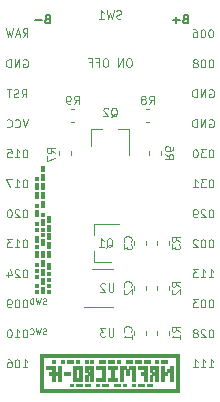
<source format=gbo>
G04 #@! TF.GenerationSoftware,KiCad,Pcbnew,(5.1.6)-1*
G04 #@! TF.CreationDate,2020-06-11T17:33:57+01:00*
G04 #@! TF.ProjectId,nrfmicro,6e72666d-6963-4726-9f2e-6b696361645f,rev?*
G04 #@! TF.SameCoordinates,Original*
G04 #@! TF.FileFunction,Legend,Bot*
G04 #@! TF.FilePolarity,Positive*
%FSLAX46Y46*%
G04 Gerber Fmt 4.6, Leading zero omitted, Abs format (unit mm)*
G04 Created by KiCad (PCBNEW (5.1.6)-1) date 2020-06-11 17:33:57*
%MOMM*%
%LPD*%
G01*
G04 APERTURE LIST*
%ADD10C,0.100000*%
%ADD11C,0.010000*%
%ADD12C,0.120000*%
%ADD13C,0.150000*%
%ADD14C,0.070000*%
G04 APERTURE END LIST*
D10*
X105468199Y-113239441D02*
X105334866Y-113239441D01*
X105268199Y-113272775D01*
X105201533Y-113339441D01*
X105168199Y-113472775D01*
X105168199Y-113706108D01*
X105201533Y-113839441D01*
X105268199Y-113906108D01*
X105334866Y-113939441D01*
X105468199Y-113939441D01*
X105534866Y-113906108D01*
X105601533Y-113839441D01*
X105634866Y-113706108D01*
X105634866Y-113472775D01*
X105601533Y-113339441D01*
X105534866Y-113272775D01*
X105468199Y-113239441D01*
X104868199Y-113939441D02*
X104868199Y-113239441D01*
X104468199Y-113939441D01*
X104468199Y-113239441D01*
X103468199Y-113239441D02*
X103334866Y-113239441D01*
X103268199Y-113272775D01*
X103201533Y-113339441D01*
X103168199Y-113472775D01*
X103168199Y-113706108D01*
X103201533Y-113839441D01*
X103268199Y-113906108D01*
X103334866Y-113939441D01*
X103468199Y-113939441D01*
X103534866Y-113906108D01*
X103601533Y-113839441D01*
X103634866Y-113706108D01*
X103634866Y-113472775D01*
X103601533Y-113339441D01*
X103534866Y-113272775D01*
X103468199Y-113239441D01*
X102634866Y-113572775D02*
X102868199Y-113572775D01*
X102868199Y-113939441D02*
X102868199Y-113239441D01*
X102534866Y-113239441D01*
X102034866Y-113572775D02*
X102268199Y-113572775D01*
X102268199Y-113939441D02*
X102268199Y-113239441D01*
X101934866Y-113239441D01*
D11*
G36*
X97725533Y-123557775D02*
G01*
X97725533Y-123307775D01*
X97475533Y-123307775D01*
X97475533Y-123557775D01*
X97725533Y-123557775D01*
G37*
X97725533Y-123557775D02*
X97725533Y-123307775D01*
X97475533Y-123307775D01*
X97475533Y-123557775D01*
X97725533Y-123557775D01*
G36*
X97725533Y-124057775D02*
G01*
X97725533Y-123807775D01*
X97475533Y-123807775D01*
X97475533Y-124057775D01*
X97725533Y-124057775D01*
G37*
X97725533Y-124057775D02*
X97725533Y-123807775D01*
X97475533Y-123807775D01*
X97475533Y-124057775D01*
X97725533Y-124057775D01*
G36*
X97725533Y-124307775D02*
G01*
X97725533Y-124057775D01*
X97475533Y-124057775D01*
X97475533Y-124307775D01*
X97725533Y-124307775D01*
G37*
X97725533Y-124307775D02*
X97725533Y-124057775D01*
X97475533Y-124057775D01*
X97475533Y-124307775D01*
X97725533Y-124307775D01*
G36*
X97725533Y-124807775D02*
G01*
X97725533Y-124557775D01*
X97475533Y-124557775D01*
X97475533Y-124807775D01*
X97725533Y-124807775D01*
G37*
X97725533Y-124807775D02*
X97725533Y-124557775D01*
X97475533Y-124557775D01*
X97475533Y-124807775D01*
X97725533Y-124807775D01*
G36*
X97725533Y-125057775D02*
G01*
X97725533Y-124807775D01*
X97475533Y-124807775D01*
X97475533Y-125057775D01*
X97725533Y-125057775D01*
G37*
X97725533Y-125057775D02*
X97725533Y-124807775D01*
X97475533Y-124807775D01*
X97475533Y-125057775D01*
X97725533Y-125057775D01*
G36*
X97725533Y-125807775D02*
G01*
X97725533Y-125557775D01*
X97475533Y-125557775D01*
X97475533Y-125807775D01*
X97725533Y-125807775D01*
G37*
X97725533Y-125807775D02*
X97725533Y-125557775D01*
X97475533Y-125557775D01*
X97475533Y-125807775D01*
X97725533Y-125807775D01*
G36*
X97725533Y-126307775D02*
G01*
X97725533Y-126057775D01*
X97475533Y-126057775D01*
X97475533Y-126307775D01*
X97725533Y-126307775D01*
G37*
X97725533Y-126307775D02*
X97725533Y-126057775D01*
X97475533Y-126057775D01*
X97475533Y-126307775D01*
X97725533Y-126307775D01*
G36*
X97725533Y-126557775D02*
G01*
X97725533Y-126307775D01*
X97475533Y-126307775D01*
X97475533Y-126557775D01*
X97725533Y-126557775D01*
G37*
X97725533Y-126557775D02*
X97725533Y-126307775D01*
X97475533Y-126307775D01*
X97475533Y-126557775D01*
X97725533Y-126557775D01*
G36*
X97725533Y-127307775D02*
G01*
X97725533Y-127057775D01*
X97475533Y-127057775D01*
X97475533Y-127307775D01*
X97725533Y-127307775D01*
G37*
X97725533Y-127307775D02*
X97725533Y-127057775D01*
X97475533Y-127057775D01*
X97475533Y-127307775D01*
X97725533Y-127307775D01*
G36*
X97725533Y-127807775D02*
G01*
X97725533Y-127557775D01*
X97475533Y-127557775D01*
X97475533Y-127807775D01*
X97725533Y-127807775D01*
G37*
X97725533Y-127807775D02*
X97725533Y-127557775D01*
X97475533Y-127557775D01*
X97475533Y-127807775D01*
X97725533Y-127807775D01*
G36*
X97725533Y-128557775D02*
G01*
X97725533Y-128307775D01*
X97475533Y-128307775D01*
X97475533Y-128557775D01*
X97725533Y-128557775D01*
G37*
X97725533Y-128557775D02*
X97725533Y-128307775D01*
X97475533Y-128307775D01*
X97475533Y-128557775D01*
X97725533Y-128557775D01*
G36*
X97725533Y-128807775D02*
G01*
X97725533Y-128557775D01*
X97475533Y-128557775D01*
X97475533Y-128807775D01*
X97725533Y-128807775D01*
G37*
X97725533Y-128807775D02*
X97725533Y-128557775D01*
X97475533Y-128557775D01*
X97475533Y-128807775D01*
X97725533Y-128807775D01*
G36*
X97725533Y-129307775D02*
G01*
X97725533Y-129057775D01*
X97475533Y-129057775D01*
X97475533Y-129307775D01*
X97725533Y-129307775D01*
G37*
X97725533Y-129307775D02*
X97725533Y-129057775D01*
X97475533Y-129057775D01*
X97475533Y-129307775D01*
X97725533Y-129307775D01*
G36*
X97725533Y-129807775D02*
G01*
X97725533Y-129557775D01*
X97475533Y-129557775D01*
X97475533Y-129807775D01*
X97725533Y-129807775D01*
G37*
X97725533Y-129807775D02*
X97725533Y-129557775D01*
X97475533Y-129557775D01*
X97475533Y-129807775D01*
X97725533Y-129807775D01*
G36*
X97725533Y-130057775D02*
G01*
X97725533Y-129807775D01*
X97475533Y-129807775D01*
X97475533Y-130057775D01*
X97725533Y-130057775D01*
G37*
X97725533Y-130057775D02*
X97725533Y-129807775D01*
X97475533Y-129807775D01*
X97475533Y-130057775D01*
X97725533Y-130057775D01*
G36*
X97725533Y-130807775D02*
G01*
X97725533Y-130557775D01*
X97475533Y-130557775D01*
X97475533Y-130807775D01*
X97725533Y-130807775D01*
G37*
X97725533Y-130807775D02*
X97725533Y-130557775D01*
X97475533Y-130557775D01*
X97475533Y-130807775D01*
X97725533Y-130807775D01*
G36*
X97725533Y-131307775D02*
G01*
X97725533Y-131057775D01*
X97475533Y-131057775D01*
X97475533Y-131307775D01*
X97725533Y-131307775D01*
G37*
X97725533Y-131307775D02*
X97725533Y-131057775D01*
X97475533Y-131057775D01*
X97475533Y-131307775D01*
X97725533Y-131307775D01*
G36*
X97725533Y-131807775D02*
G01*
X97725533Y-131557775D01*
X97475533Y-131557775D01*
X97475533Y-131807775D01*
X97725533Y-131807775D01*
G37*
X97725533Y-131807775D02*
X97725533Y-131557775D01*
X97475533Y-131557775D01*
X97475533Y-131807775D01*
X97725533Y-131807775D01*
G36*
X97725533Y-132557775D02*
G01*
X97725533Y-132307775D01*
X97475533Y-132307775D01*
X97475533Y-132557775D01*
X97725533Y-132557775D01*
G37*
X97725533Y-132557775D02*
X97725533Y-132307775D01*
X97475533Y-132307775D01*
X97475533Y-132557775D01*
X97725533Y-132557775D01*
G36*
X97725533Y-133057775D02*
G01*
X97725533Y-132807775D01*
X97475533Y-132807775D01*
X97475533Y-133057775D01*
X97725533Y-133057775D01*
G37*
X97725533Y-133057775D02*
X97725533Y-132807775D01*
X97475533Y-132807775D01*
X97475533Y-133057775D01*
X97725533Y-133057775D01*
G36*
X98225533Y-122557775D02*
G01*
X98225533Y-122307775D01*
X97975533Y-122307775D01*
X97975533Y-122557775D01*
X98225533Y-122557775D01*
G37*
X98225533Y-122557775D02*
X98225533Y-122307775D01*
X97975533Y-122307775D01*
X97975533Y-122557775D01*
X98225533Y-122557775D01*
G36*
X98225533Y-122807775D02*
G01*
X98225533Y-122557775D01*
X97975533Y-122557775D01*
X97975533Y-122807775D01*
X98225533Y-122807775D01*
G37*
X98225533Y-122807775D02*
X98225533Y-122557775D01*
X97975533Y-122557775D01*
X97975533Y-122807775D01*
X98225533Y-122807775D01*
G36*
X98225533Y-123307775D02*
G01*
X98225533Y-123057775D01*
X97975533Y-123057775D01*
X97975533Y-123307775D01*
X98225533Y-123307775D01*
G37*
X98225533Y-123307775D02*
X98225533Y-123057775D01*
X97975533Y-123057775D01*
X97975533Y-123307775D01*
X98225533Y-123307775D01*
G36*
X98225533Y-123557775D02*
G01*
X98225533Y-123307775D01*
X97975533Y-123307775D01*
X97975533Y-123557775D01*
X98225533Y-123557775D01*
G37*
X98225533Y-123557775D02*
X98225533Y-123307775D01*
X97975533Y-123307775D01*
X97975533Y-123557775D01*
X98225533Y-123557775D01*
G36*
X98225533Y-124057775D02*
G01*
X98225533Y-123807775D01*
X97975533Y-123807775D01*
X97975533Y-124057775D01*
X98225533Y-124057775D01*
G37*
X98225533Y-124057775D02*
X98225533Y-123807775D01*
X97975533Y-123807775D01*
X97975533Y-124057775D01*
X98225533Y-124057775D01*
G36*
X98225533Y-124307775D02*
G01*
X98225533Y-124057775D01*
X97975533Y-124057775D01*
X97975533Y-124307775D01*
X98225533Y-124307775D01*
G37*
X98225533Y-124307775D02*
X98225533Y-124057775D01*
X97975533Y-124057775D01*
X97975533Y-124307775D01*
X98225533Y-124307775D01*
G36*
X98225533Y-124807775D02*
G01*
X98225533Y-124557775D01*
X97975533Y-124557775D01*
X97975533Y-124807775D01*
X98225533Y-124807775D01*
G37*
X98225533Y-124807775D02*
X98225533Y-124557775D01*
X97975533Y-124557775D01*
X97975533Y-124807775D01*
X98225533Y-124807775D01*
G36*
X98225533Y-125057775D02*
G01*
X98225533Y-124807775D01*
X97975533Y-124807775D01*
X97975533Y-125057775D01*
X98225533Y-125057775D01*
G37*
X98225533Y-125057775D02*
X98225533Y-124807775D01*
X97975533Y-124807775D01*
X97975533Y-125057775D01*
X98225533Y-125057775D01*
G36*
X98225533Y-125557775D02*
G01*
X98225533Y-125307775D01*
X97975533Y-125307775D01*
X97975533Y-125557775D01*
X98225533Y-125557775D01*
G37*
X98225533Y-125557775D02*
X98225533Y-125307775D01*
X97975533Y-125307775D01*
X97975533Y-125557775D01*
X98225533Y-125557775D01*
G36*
X98225533Y-125807775D02*
G01*
X98225533Y-125557775D01*
X97975533Y-125557775D01*
X97975533Y-125807775D01*
X98225533Y-125807775D01*
G37*
X98225533Y-125807775D02*
X98225533Y-125557775D01*
X97975533Y-125557775D01*
X97975533Y-125807775D01*
X98225533Y-125807775D01*
G36*
X98225533Y-126557775D02*
G01*
X98225533Y-126307775D01*
X97975533Y-126307775D01*
X97975533Y-126557775D01*
X98225533Y-126557775D01*
G37*
X98225533Y-126557775D02*
X98225533Y-126307775D01*
X97975533Y-126307775D01*
X97975533Y-126557775D01*
X98225533Y-126557775D01*
G36*
X98225533Y-127057775D02*
G01*
X98225533Y-126807775D01*
X97975533Y-126807775D01*
X97975533Y-127057775D01*
X98225533Y-127057775D01*
G37*
X98225533Y-127057775D02*
X98225533Y-126807775D01*
X97975533Y-126807775D01*
X97975533Y-127057775D01*
X98225533Y-127057775D01*
G36*
X98225533Y-127307775D02*
G01*
X98225533Y-127057775D01*
X97975533Y-127057775D01*
X97975533Y-127307775D01*
X98225533Y-127307775D01*
G37*
X98225533Y-127307775D02*
X98225533Y-127057775D01*
X97975533Y-127057775D01*
X97975533Y-127307775D01*
X98225533Y-127307775D01*
G36*
X98225533Y-127807775D02*
G01*
X98225533Y-127557775D01*
X97975533Y-127557775D01*
X97975533Y-127807775D01*
X98225533Y-127807775D01*
G37*
X98225533Y-127807775D02*
X98225533Y-127557775D01*
X97975533Y-127557775D01*
X97975533Y-127807775D01*
X98225533Y-127807775D01*
G36*
X98225533Y-128307775D02*
G01*
X98225533Y-128057775D01*
X97975533Y-128057775D01*
X97975533Y-128307775D01*
X98225533Y-128307775D01*
G37*
X98225533Y-128307775D02*
X98225533Y-128057775D01*
X97975533Y-128057775D01*
X97975533Y-128307775D01*
X98225533Y-128307775D01*
G36*
X98225533Y-128807775D02*
G01*
X98225533Y-128557775D01*
X97975533Y-128557775D01*
X97975533Y-128807775D01*
X98225533Y-128807775D01*
G37*
X98225533Y-128807775D02*
X98225533Y-128557775D01*
X97975533Y-128557775D01*
X97975533Y-128807775D01*
X98225533Y-128807775D01*
G36*
X98225533Y-129057775D02*
G01*
X98225533Y-128807775D01*
X97975533Y-128807775D01*
X97975533Y-129057775D01*
X98225533Y-129057775D01*
G37*
X98225533Y-129057775D02*
X98225533Y-128807775D01*
X97975533Y-128807775D01*
X97975533Y-129057775D01*
X98225533Y-129057775D01*
G36*
X98225533Y-129807775D02*
G01*
X98225533Y-129557775D01*
X97975533Y-129557775D01*
X97975533Y-129807775D01*
X98225533Y-129807775D01*
G37*
X98225533Y-129807775D02*
X98225533Y-129557775D01*
X97975533Y-129557775D01*
X97975533Y-129807775D01*
X98225533Y-129807775D01*
G36*
X98225533Y-130057775D02*
G01*
X98225533Y-129807775D01*
X97975533Y-129807775D01*
X97975533Y-130057775D01*
X98225533Y-130057775D01*
G37*
X98225533Y-130057775D02*
X98225533Y-129807775D01*
X97975533Y-129807775D01*
X97975533Y-130057775D01*
X98225533Y-130057775D01*
G36*
X98225533Y-130557775D02*
G01*
X98225533Y-130307775D01*
X97975533Y-130307775D01*
X97975533Y-130557775D01*
X98225533Y-130557775D01*
G37*
X98225533Y-130557775D02*
X98225533Y-130307775D01*
X97975533Y-130307775D01*
X97975533Y-130557775D01*
X98225533Y-130557775D01*
G36*
X98225533Y-130807775D02*
G01*
X98225533Y-130557775D01*
X97975533Y-130557775D01*
X97975533Y-130807775D01*
X98225533Y-130807775D01*
G37*
X98225533Y-130807775D02*
X98225533Y-130557775D01*
X97975533Y-130557775D01*
X97975533Y-130807775D01*
X98225533Y-130807775D01*
G36*
X98225533Y-131307775D02*
G01*
X98225533Y-131057775D01*
X97975533Y-131057775D01*
X97975533Y-131307775D01*
X98225533Y-131307775D01*
G37*
X98225533Y-131307775D02*
X98225533Y-131057775D01*
X97975533Y-131057775D01*
X97975533Y-131307775D01*
X98225533Y-131307775D01*
G36*
X98225533Y-131557775D02*
G01*
X98225533Y-131307775D01*
X97975533Y-131307775D01*
X97975533Y-131557775D01*
X98225533Y-131557775D01*
G37*
X98225533Y-131557775D02*
X98225533Y-131307775D01*
X97975533Y-131307775D01*
X97975533Y-131557775D01*
X98225533Y-131557775D01*
G36*
X98225533Y-132057775D02*
G01*
X98225533Y-131807775D01*
X97975533Y-131807775D01*
X97975533Y-132057775D01*
X98225533Y-132057775D01*
G37*
X98225533Y-132057775D02*
X98225533Y-131807775D01*
X97975533Y-131807775D01*
X97975533Y-132057775D01*
X98225533Y-132057775D01*
G36*
X98225533Y-132307775D02*
G01*
X98225533Y-132057775D01*
X97975533Y-132057775D01*
X97975533Y-132307775D01*
X98225533Y-132307775D01*
G37*
X98225533Y-132307775D02*
X98225533Y-132057775D01*
X97975533Y-132057775D01*
X97975533Y-132307775D01*
X98225533Y-132307775D01*
G36*
X98225533Y-132807775D02*
G01*
X98225533Y-132557775D01*
X97975533Y-132557775D01*
X97975533Y-132807775D01*
X98225533Y-132807775D01*
G37*
X98225533Y-132807775D02*
X98225533Y-132557775D01*
X97975533Y-132557775D01*
X97975533Y-132807775D01*
X98225533Y-132807775D01*
G36*
X98225533Y-133057775D02*
G01*
X98225533Y-132807775D01*
X97975533Y-132807775D01*
X97975533Y-133057775D01*
X98225533Y-133057775D01*
G37*
X98225533Y-133057775D02*
X98225533Y-132807775D01*
X97975533Y-132807775D01*
X97975533Y-133057775D01*
X98225533Y-133057775D01*
G36*
X98725533Y-126807775D02*
G01*
X98725533Y-126557775D01*
X98475533Y-126557775D01*
X98475533Y-126807775D01*
X98725533Y-126807775D01*
G37*
X98725533Y-126807775D02*
X98725533Y-126557775D01*
X98475533Y-126557775D01*
X98475533Y-126807775D01*
X98725533Y-126807775D01*
G36*
X98725533Y-127057775D02*
G01*
X98725533Y-126807775D01*
X98475533Y-126807775D01*
X98475533Y-127057775D01*
X98725533Y-127057775D01*
G37*
X98725533Y-127057775D02*
X98725533Y-126807775D01*
X98475533Y-126807775D01*
X98475533Y-127057775D01*
X98725533Y-127057775D01*
G36*
X98725533Y-127557775D02*
G01*
X98725533Y-127307775D01*
X98475533Y-127307775D01*
X98475533Y-127557775D01*
X98725533Y-127557775D01*
G37*
X98725533Y-127557775D02*
X98725533Y-127307775D01*
X98475533Y-127307775D01*
X98475533Y-127557775D01*
X98725533Y-127557775D01*
G36*
X98725533Y-127807775D02*
G01*
X98725533Y-127557775D01*
X98475533Y-127557775D01*
X98475533Y-127807775D01*
X98725533Y-127807775D01*
G37*
X98725533Y-127807775D02*
X98725533Y-127557775D01*
X98475533Y-127557775D01*
X98475533Y-127807775D01*
X98725533Y-127807775D01*
G36*
X98725533Y-128307775D02*
G01*
X98725533Y-128057775D01*
X98475533Y-128057775D01*
X98475533Y-128307775D01*
X98725533Y-128307775D01*
G37*
X98725533Y-128307775D02*
X98725533Y-128057775D01*
X98475533Y-128057775D01*
X98475533Y-128307775D01*
X98725533Y-128307775D01*
G36*
X98725533Y-128557775D02*
G01*
X98725533Y-128307775D01*
X98475533Y-128307775D01*
X98475533Y-128557775D01*
X98725533Y-128557775D01*
G37*
X98725533Y-128557775D02*
X98725533Y-128307775D01*
X98475533Y-128307775D01*
X98475533Y-128557775D01*
X98725533Y-128557775D01*
G36*
X98725533Y-129057775D02*
G01*
X98725533Y-128807775D01*
X98475533Y-128807775D01*
X98475533Y-129057775D01*
X98725533Y-129057775D01*
G37*
X98725533Y-129057775D02*
X98725533Y-128807775D01*
X98475533Y-128807775D01*
X98475533Y-129057775D01*
X98725533Y-129057775D01*
G36*
X98725533Y-129307775D02*
G01*
X98725533Y-129057775D01*
X98475533Y-129057775D01*
X98475533Y-129307775D01*
X98725533Y-129307775D01*
G37*
X98725533Y-129307775D02*
X98725533Y-129057775D01*
X98475533Y-129057775D01*
X98475533Y-129307775D01*
X98725533Y-129307775D01*
G36*
X98725533Y-129807775D02*
G01*
X98725533Y-129557775D01*
X98475533Y-129557775D01*
X98475533Y-129807775D01*
X98725533Y-129807775D01*
G37*
X98725533Y-129807775D02*
X98725533Y-129557775D01*
X98475533Y-129557775D01*
X98475533Y-129807775D01*
X98725533Y-129807775D01*
G36*
X98725533Y-130057775D02*
G01*
X98725533Y-129807775D01*
X98475533Y-129807775D01*
X98475533Y-130057775D01*
X98725533Y-130057775D01*
G37*
X98725533Y-130057775D02*
X98725533Y-129807775D01*
X98475533Y-129807775D01*
X98475533Y-130057775D01*
X98725533Y-130057775D01*
G36*
X98725533Y-130807775D02*
G01*
X98725533Y-130557775D01*
X98475533Y-130557775D01*
X98475533Y-130807775D01*
X98725533Y-130807775D01*
G37*
X98725533Y-130807775D02*
X98725533Y-130557775D01*
X98475533Y-130557775D01*
X98475533Y-130807775D01*
X98725533Y-130807775D01*
G36*
X98725533Y-131057775D02*
G01*
X98725533Y-130807775D01*
X98475533Y-130807775D01*
X98475533Y-131057775D01*
X98725533Y-131057775D01*
G37*
X98725533Y-131057775D02*
X98725533Y-130807775D01*
X98475533Y-130807775D01*
X98475533Y-131057775D01*
X98725533Y-131057775D01*
G36*
X98725533Y-131557775D02*
G01*
X98725533Y-131307775D01*
X98475533Y-131307775D01*
X98475533Y-131557775D01*
X98725533Y-131557775D01*
G37*
X98725533Y-131557775D02*
X98725533Y-131307775D01*
X98475533Y-131307775D01*
X98475533Y-131557775D01*
X98725533Y-131557775D01*
G36*
X98725533Y-132057775D02*
G01*
X98725533Y-131807775D01*
X98475533Y-131807775D01*
X98475533Y-132057775D01*
X98725533Y-132057775D01*
G37*
X98725533Y-132057775D02*
X98725533Y-131807775D01*
X98475533Y-131807775D01*
X98475533Y-132057775D01*
X98725533Y-132057775D01*
G36*
X98725533Y-132557775D02*
G01*
X98725533Y-132307775D01*
X98475533Y-132307775D01*
X98475533Y-132557775D01*
X98725533Y-132557775D01*
G37*
X98725533Y-132557775D02*
X98725533Y-132307775D01*
X98475533Y-132307775D01*
X98475533Y-132557775D01*
X98725533Y-132557775D01*
G36*
X98725533Y-133057775D02*
G01*
X98725533Y-132807775D01*
X98475533Y-132807775D01*
X98475533Y-133057775D01*
X98725533Y-133057775D01*
G37*
X98725533Y-133057775D02*
X98725533Y-132807775D01*
X98475533Y-132807775D01*
X98475533Y-133057775D01*
X98725533Y-133057775D01*
G36*
X98143533Y-141260775D02*
G01*
X97893533Y-141260775D01*
X97893533Y-141510775D01*
X98143533Y-141510775D01*
X98143533Y-141260775D01*
G37*
X98143533Y-141260775D02*
X97893533Y-141260775D01*
X97893533Y-141510775D01*
X98143533Y-141510775D01*
X98143533Y-141260775D01*
G36*
X98393533Y-141260775D02*
G01*
X98143533Y-141260775D01*
X98143533Y-141510775D01*
X98393533Y-141510775D01*
X98393533Y-141260775D01*
G37*
X98393533Y-141260775D02*
X98143533Y-141260775D01*
X98143533Y-141510775D01*
X98393533Y-141510775D01*
X98393533Y-141260775D01*
G36*
X98643533Y-141260775D02*
G01*
X98393533Y-141260775D01*
X98393533Y-141510775D01*
X98643533Y-141510775D01*
X98643533Y-141260775D01*
G37*
X98643533Y-141260775D02*
X98393533Y-141260775D01*
X98393533Y-141510775D01*
X98643533Y-141510775D01*
X98643533Y-141260775D01*
G36*
X98893533Y-141260775D02*
G01*
X98643533Y-141260775D01*
X98643533Y-141510775D01*
X98893533Y-141510775D01*
X98893533Y-141260775D01*
G37*
X98893533Y-141260775D02*
X98643533Y-141260775D01*
X98643533Y-141510775D01*
X98893533Y-141510775D01*
X98893533Y-141260775D01*
G36*
X99143533Y-141260775D02*
G01*
X98893533Y-141260775D01*
X98893533Y-141510775D01*
X99143533Y-141510775D01*
X99143533Y-141260775D01*
G37*
X99143533Y-141260775D02*
X98893533Y-141260775D01*
X98893533Y-141510775D01*
X99143533Y-141510775D01*
X99143533Y-141260775D01*
G36*
X99393533Y-141260775D02*
G01*
X99143533Y-141260775D01*
X99143533Y-141510775D01*
X99393533Y-141510775D01*
X99393533Y-141260775D01*
G37*
X99393533Y-141260775D02*
X99143533Y-141260775D01*
X99143533Y-141510775D01*
X99393533Y-141510775D01*
X99393533Y-141260775D01*
G36*
X99643533Y-141260775D02*
G01*
X99393533Y-141260775D01*
X99393533Y-141510775D01*
X99643533Y-141510775D01*
X99643533Y-141260775D01*
G37*
X99643533Y-141260775D02*
X99393533Y-141260775D01*
X99393533Y-141510775D01*
X99643533Y-141510775D01*
X99643533Y-141260775D01*
G36*
X99893533Y-141260775D02*
G01*
X99643533Y-141260775D01*
X99643533Y-141510775D01*
X99893533Y-141510775D01*
X99893533Y-141260775D01*
G37*
X99893533Y-141260775D02*
X99643533Y-141260775D01*
X99643533Y-141510775D01*
X99893533Y-141510775D01*
X99893533Y-141260775D01*
G36*
X100143533Y-141260775D02*
G01*
X99893533Y-141260775D01*
X99893533Y-141510775D01*
X100143533Y-141510775D01*
X100143533Y-141260775D01*
G37*
X100143533Y-141260775D02*
X99893533Y-141260775D01*
X99893533Y-141510775D01*
X100143533Y-141510775D01*
X100143533Y-141260775D01*
G36*
X100393533Y-141260775D02*
G01*
X100143533Y-141260775D01*
X100143533Y-141510775D01*
X100393533Y-141510775D01*
X100393533Y-141260775D01*
G37*
X100393533Y-141260775D02*
X100143533Y-141260775D01*
X100143533Y-141510775D01*
X100393533Y-141510775D01*
X100393533Y-141260775D01*
G36*
X100643533Y-141260775D02*
G01*
X100393533Y-141260775D01*
X100393533Y-141510775D01*
X100643533Y-141510775D01*
X100643533Y-141260775D01*
G37*
X100643533Y-141260775D02*
X100393533Y-141260775D01*
X100393533Y-141510775D01*
X100643533Y-141510775D01*
X100643533Y-141260775D01*
G36*
X100893533Y-141260775D02*
G01*
X100643533Y-141260775D01*
X100643533Y-141510775D01*
X100893533Y-141510775D01*
X100893533Y-141260775D01*
G37*
X100893533Y-141260775D02*
X100643533Y-141260775D01*
X100643533Y-141510775D01*
X100893533Y-141510775D01*
X100893533Y-141260775D01*
G36*
X101143533Y-141260775D02*
G01*
X100893533Y-141260775D01*
X100893533Y-141510775D01*
X101143533Y-141510775D01*
X101143533Y-141260775D01*
G37*
X101143533Y-141260775D02*
X100893533Y-141260775D01*
X100893533Y-141510775D01*
X101143533Y-141510775D01*
X101143533Y-141260775D01*
G36*
X101393533Y-141260775D02*
G01*
X101143533Y-141260775D01*
X101143533Y-141510775D01*
X101393533Y-141510775D01*
X101393533Y-141260775D01*
G37*
X101393533Y-141260775D02*
X101143533Y-141260775D01*
X101143533Y-141510775D01*
X101393533Y-141510775D01*
X101393533Y-141260775D01*
G36*
X101643533Y-141260775D02*
G01*
X101393533Y-141260775D01*
X101393533Y-141510775D01*
X101643533Y-141510775D01*
X101643533Y-141260775D01*
G37*
X101643533Y-141260775D02*
X101393533Y-141260775D01*
X101393533Y-141510775D01*
X101643533Y-141510775D01*
X101643533Y-141260775D01*
G36*
X101893533Y-141260775D02*
G01*
X101643533Y-141260775D01*
X101643533Y-141510775D01*
X101893533Y-141510775D01*
X101893533Y-141260775D01*
G37*
X101893533Y-141260775D02*
X101643533Y-141260775D01*
X101643533Y-141510775D01*
X101893533Y-141510775D01*
X101893533Y-141260775D01*
G36*
X102143533Y-141260775D02*
G01*
X101893533Y-141260775D01*
X101893533Y-141510775D01*
X102143533Y-141510775D01*
X102143533Y-141260775D01*
G37*
X102143533Y-141260775D02*
X101893533Y-141260775D01*
X101893533Y-141510775D01*
X102143533Y-141510775D01*
X102143533Y-141260775D01*
G36*
X102393533Y-141260775D02*
G01*
X102143533Y-141260775D01*
X102143533Y-141510775D01*
X102393533Y-141510775D01*
X102393533Y-141260775D01*
G37*
X102393533Y-141260775D02*
X102143533Y-141260775D01*
X102143533Y-141510775D01*
X102393533Y-141510775D01*
X102393533Y-141260775D01*
G36*
X102643533Y-141260775D02*
G01*
X102393533Y-141260775D01*
X102393533Y-141510775D01*
X102643533Y-141510775D01*
X102643533Y-141260775D01*
G37*
X102643533Y-141260775D02*
X102393533Y-141260775D01*
X102393533Y-141510775D01*
X102643533Y-141510775D01*
X102643533Y-141260775D01*
G36*
X102893533Y-141260775D02*
G01*
X102643533Y-141260775D01*
X102643533Y-141510775D01*
X102893533Y-141510775D01*
X102893533Y-141260775D01*
G37*
X102893533Y-141260775D02*
X102643533Y-141260775D01*
X102643533Y-141510775D01*
X102893533Y-141510775D01*
X102893533Y-141260775D01*
G36*
X103143533Y-141260775D02*
G01*
X102893533Y-141260775D01*
X102893533Y-141510775D01*
X103143533Y-141510775D01*
X103143533Y-141260775D01*
G37*
X103143533Y-141260775D02*
X102893533Y-141260775D01*
X102893533Y-141510775D01*
X103143533Y-141510775D01*
X103143533Y-141260775D01*
G36*
X103393533Y-141260775D02*
G01*
X103143533Y-141260775D01*
X103143533Y-141510775D01*
X103393533Y-141510775D01*
X103393533Y-141260775D01*
G37*
X103393533Y-141260775D02*
X103143533Y-141260775D01*
X103143533Y-141510775D01*
X103393533Y-141510775D01*
X103393533Y-141260775D01*
G36*
X103643533Y-141260775D02*
G01*
X103393533Y-141260775D01*
X103393533Y-141510775D01*
X103643533Y-141510775D01*
X103643533Y-141260775D01*
G37*
X103643533Y-141260775D02*
X103393533Y-141260775D01*
X103393533Y-141510775D01*
X103643533Y-141510775D01*
X103643533Y-141260775D01*
G36*
X103893533Y-141260775D02*
G01*
X103643533Y-141260775D01*
X103643533Y-141510775D01*
X103893533Y-141510775D01*
X103893533Y-141260775D01*
G37*
X103893533Y-141260775D02*
X103643533Y-141260775D01*
X103643533Y-141510775D01*
X103893533Y-141510775D01*
X103893533Y-141260775D01*
G36*
X104143533Y-141260775D02*
G01*
X103893533Y-141260775D01*
X103893533Y-141510775D01*
X104143533Y-141510775D01*
X104143533Y-141260775D01*
G37*
X104143533Y-141260775D02*
X103893533Y-141260775D01*
X103893533Y-141510775D01*
X104143533Y-141510775D01*
X104143533Y-141260775D01*
G36*
X104393533Y-141260775D02*
G01*
X104143533Y-141260775D01*
X104143533Y-141510775D01*
X104393533Y-141510775D01*
X104393533Y-141260775D01*
G37*
X104393533Y-141260775D02*
X104143533Y-141260775D01*
X104143533Y-141510775D01*
X104393533Y-141510775D01*
X104393533Y-141260775D01*
G36*
X104643533Y-141260775D02*
G01*
X104393533Y-141260775D01*
X104393533Y-141510775D01*
X104643533Y-141510775D01*
X104643533Y-141260775D01*
G37*
X104643533Y-141260775D02*
X104393533Y-141260775D01*
X104393533Y-141510775D01*
X104643533Y-141510775D01*
X104643533Y-141260775D01*
G36*
X104893533Y-141260775D02*
G01*
X104643533Y-141260775D01*
X104643533Y-141510775D01*
X104893533Y-141510775D01*
X104893533Y-141260775D01*
G37*
X104893533Y-141260775D02*
X104643533Y-141260775D01*
X104643533Y-141510775D01*
X104893533Y-141510775D01*
X104893533Y-141260775D01*
G36*
X105143533Y-141260775D02*
G01*
X104893533Y-141260775D01*
X104893533Y-141510775D01*
X105143533Y-141510775D01*
X105143533Y-141260775D01*
G37*
X105143533Y-141260775D02*
X104893533Y-141260775D01*
X104893533Y-141510775D01*
X105143533Y-141510775D01*
X105143533Y-141260775D01*
G36*
X105393533Y-141260775D02*
G01*
X105143533Y-141260775D01*
X105143533Y-141510775D01*
X105393533Y-141510775D01*
X105393533Y-141260775D01*
G37*
X105393533Y-141260775D02*
X105143533Y-141260775D01*
X105143533Y-141510775D01*
X105393533Y-141510775D01*
X105393533Y-141260775D01*
G36*
X105643533Y-141260775D02*
G01*
X105393533Y-141260775D01*
X105393533Y-141510775D01*
X105643533Y-141510775D01*
X105643533Y-141260775D01*
G37*
X105643533Y-141260775D02*
X105393533Y-141260775D01*
X105393533Y-141510775D01*
X105643533Y-141510775D01*
X105643533Y-141260775D01*
G36*
X105893533Y-141260775D02*
G01*
X105643533Y-141260775D01*
X105643533Y-141510775D01*
X105893533Y-141510775D01*
X105893533Y-141260775D01*
G37*
X105893533Y-141260775D02*
X105643533Y-141260775D01*
X105643533Y-141510775D01*
X105893533Y-141510775D01*
X105893533Y-141260775D01*
G36*
X106143533Y-141260775D02*
G01*
X105893533Y-141260775D01*
X105893533Y-141510775D01*
X106143533Y-141510775D01*
X106143533Y-141260775D01*
G37*
X106143533Y-141260775D02*
X105893533Y-141260775D01*
X105893533Y-141510775D01*
X106143533Y-141510775D01*
X106143533Y-141260775D01*
G36*
X106393533Y-141260775D02*
G01*
X106143533Y-141260775D01*
X106143533Y-141510775D01*
X106393533Y-141510775D01*
X106393533Y-141260775D01*
G37*
X106393533Y-141260775D02*
X106143533Y-141260775D01*
X106143533Y-141510775D01*
X106393533Y-141510775D01*
X106393533Y-141260775D01*
G36*
X106643533Y-141260775D02*
G01*
X106393533Y-141260775D01*
X106393533Y-141510775D01*
X106643533Y-141510775D01*
X106643533Y-141260775D01*
G37*
X106643533Y-141260775D02*
X106393533Y-141260775D01*
X106393533Y-141510775D01*
X106643533Y-141510775D01*
X106643533Y-141260775D01*
G36*
X106893533Y-141260775D02*
G01*
X106643533Y-141260775D01*
X106643533Y-141510775D01*
X106893533Y-141510775D01*
X106893533Y-141260775D01*
G37*
X106893533Y-141260775D02*
X106643533Y-141260775D01*
X106643533Y-141510775D01*
X106893533Y-141510775D01*
X106893533Y-141260775D01*
G36*
X107143533Y-141260775D02*
G01*
X106893533Y-141260775D01*
X106893533Y-141510775D01*
X107143533Y-141510775D01*
X107143533Y-141260775D01*
G37*
X107143533Y-141260775D02*
X106893533Y-141260775D01*
X106893533Y-141510775D01*
X107143533Y-141510775D01*
X107143533Y-141260775D01*
G36*
X107393533Y-141260775D02*
G01*
X107143533Y-141260775D01*
X107143533Y-141510775D01*
X107393533Y-141510775D01*
X107393533Y-141260775D01*
G37*
X107393533Y-141260775D02*
X107143533Y-141260775D01*
X107143533Y-141510775D01*
X107393533Y-141510775D01*
X107393533Y-141260775D01*
G36*
X107643533Y-141260775D02*
G01*
X107393533Y-141260775D01*
X107393533Y-141510775D01*
X107643533Y-141510775D01*
X107643533Y-141260775D01*
G37*
X107643533Y-141260775D02*
X107393533Y-141260775D01*
X107393533Y-141510775D01*
X107643533Y-141510775D01*
X107643533Y-141260775D01*
G36*
X107893533Y-141260775D02*
G01*
X107643533Y-141260775D01*
X107643533Y-141510775D01*
X107893533Y-141510775D01*
X107893533Y-141260775D01*
G37*
X107893533Y-141260775D02*
X107643533Y-141260775D01*
X107643533Y-141510775D01*
X107893533Y-141510775D01*
X107893533Y-141260775D01*
G36*
X108143533Y-141260775D02*
G01*
X107893533Y-141260775D01*
X107893533Y-141510775D01*
X108143533Y-141510775D01*
X108143533Y-141260775D01*
G37*
X108143533Y-141260775D02*
X107893533Y-141260775D01*
X107893533Y-141510775D01*
X108143533Y-141510775D01*
X108143533Y-141260775D01*
G36*
X108393533Y-141260775D02*
G01*
X108143533Y-141260775D01*
X108143533Y-141510775D01*
X108393533Y-141510775D01*
X108393533Y-141260775D01*
G37*
X108393533Y-141260775D02*
X108143533Y-141260775D01*
X108143533Y-141510775D01*
X108393533Y-141510775D01*
X108393533Y-141260775D01*
G36*
X108643533Y-141260775D02*
G01*
X108393533Y-141260775D01*
X108393533Y-141510775D01*
X108643533Y-141510775D01*
X108643533Y-141260775D01*
G37*
X108643533Y-141260775D02*
X108393533Y-141260775D01*
X108393533Y-141510775D01*
X108643533Y-141510775D01*
X108643533Y-141260775D01*
G36*
X108893533Y-141260775D02*
G01*
X108643533Y-141260775D01*
X108643533Y-141510775D01*
X108893533Y-141510775D01*
X108893533Y-141260775D01*
G37*
X108893533Y-141260775D02*
X108643533Y-141260775D01*
X108643533Y-141510775D01*
X108893533Y-141510775D01*
X108893533Y-141260775D01*
G36*
X109143533Y-141260775D02*
G01*
X108893533Y-141260775D01*
X108893533Y-141510775D01*
X109143533Y-141510775D01*
X109143533Y-141260775D01*
G37*
X109143533Y-141260775D02*
X108893533Y-141260775D01*
X108893533Y-141510775D01*
X109143533Y-141510775D01*
X109143533Y-141260775D01*
G36*
X109393533Y-141260775D02*
G01*
X109143533Y-141260775D01*
X109143533Y-141510775D01*
X109393533Y-141510775D01*
X109393533Y-141260775D01*
G37*
X109393533Y-141260775D02*
X109143533Y-141260775D01*
X109143533Y-141510775D01*
X109393533Y-141510775D01*
X109393533Y-141260775D01*
G36*
X109643533Y-141260775D02*
G01*
X109393533Y-141260775D01*
X109393533Y-141510775D01*
X109643533Y-141510775D01*
X109643533Y-141260775D01*
G37*
X109643533Y-141260775D02*
X109393533Y-141260775D01*
X109393533Y-141510775D01*
X109643533Y-141510775D01*
X109643533Y-141260775D01*
G36*
X98143533Y-141010775D02*
G01*
X97893533Y-141010775D01*
X97893533Y-141260775D01*
X98143533Y-141260775D01*
X98143533Y-141010775D01*
G37*
X98143533Y-141010775D02*
X97893533Y-141010775D01*
X97893533Y-141260775D01*
X98143533Y-141260775D01*
X98143533Y-141010775D01*
G36*
X109643533Y-141010775D02*
G01*
X109393533Y-141010775D01*
X109393533Y-141260775D01*
X109643533Y-141260775D01*
X109643533Y-141010775D01*
G37*
X109643533Y-141010775D02*
X109393533Y-141010775D01*
X109393533Y-141260775D01*
X109643533Y-141260775D01*
X109643533Y-141010775D01*
G36*
X98143533Y-140760775D02*
G01*
X97893533Y-140760775D01*
X97893533Y-141010775D01*
X98143533Y-141010775D01*
X98143533Y-140760775D01*
G37*
X98143533Y-140760775D02*
X97893533Y-140760775D01*
X97893533Y-141010775D01*
X98143533Y-141010775D01*
X98143533Y-140760775D01*
G36*
X100643533Y-140760775D02*
G01*
X100393533Y-140760775D01*
X100393533Y-141010775D01*
X100643533Y-141010775D01*
X100643533Y-140760775D01*
G37*
X100643533Y-140760775D02*
X100393533Y-140760775D01*
X100393533Y-141010775D01*
X100643533Y-141010775D01*
X100643533Y-140760775D01*
G36*
X101143533Y-140760775D02*
G01*
X100893533Y-140760775D01*
X100893533Y-141010775D01*
X101143533Y-141010775D01*
X101143533Y-140760775D01*
G37*
X101143533Y-140760775D02*
X100893533Y-140760775D01*
X100893533Y-141010775D01*
X101143533Y-141010775D01*
X101143533Y-140760775D01*
G36*
X101393533Y-140760775D02*
G01*
X101143533Y-140760775D01*
X101143533Y-141010775D01*
X101393533Y-141010775D01*
X101393533Y-140760775D01*
G37*
X101393533Y-140760775D02*
X101143533Y-140760775D01*
X101143533Y-141010775D01*
X101393533Y-141010775D01*
X101393533Y-140760775D01*
G36*
X101893533Y-140760775D02*
G01*
X101643533Y-140760775D01*
X101643533Y-141010775D01*
X101893533Y-141010775D01*
X101893533Y-140760775D01*
G37*
X101893533Y-140760775D02*
X101643533Y-140760775D01*
X101643533Y-141010775D01*
X101893533Y-141010775D01*
X101893533Y-140760775D01*
G36*
X102143533Y-140760775D02*
G01*
X101893533Y-140760775D01*
X101893533Y-141010775D01*
X102143533Y-141010775D01*
X102143533Y-140760775D01*
G37*
X102143533Y-140760775D02*
X101893533Y-140760775D01*
X101893533Y-141010775D01*
X102143533Y-141010775D01*
X102143533Y-140760775D01*
G36*
X102893533Y-140760775D02*
G01*
X102643533Y-140760775D01*
X102643533Y-141010775D01*
X102893533Y-141010775D01*
X102893533Y-140760775D01*
G37*
X102893533Y-140760775D02*
X102643533Y-140760775D01*
X102643533Y-141010775D01*
X102893533Y-141010775D01*
X102893533Y-140760775D01*
G36*
X103393533Y-140760775D02*
G01*
X103143533Y-140760775D01*
X103143533Y-141010775D01*
X103393533Y-141010775D01*
X103393533Y-140760775D01*
G37*
X103393533Y-140760775D02*
X103143533Y-140760775D01*
X103143533Y-141010775D01*
X103393533Y-141010775D01*
X103393533Y-140760775D01*
G36*
X103643533Y-140760775D02*
G01*
X103393533Y-140760775D01*
X103393533Y-141010775D01*
X103643533Y-141010775D01*
X103643533Y-140760775D01*
G37*
X103643533Y-140760775D02*
X103393533Y-140760775D01*
X103393533Y-141010775D01*
X103643533Y-141010775D01*
X103643533Y-140760775D01*
G36*
X104393533Y-140760775D02*
G01*
X104143533Y-140760775D01*
X104143533Y-141010775D01*
X104393533Y-141010775D01*
X104393533Y-140760775D01*
G37*
X104393533Y-140760775D02*
X104143533Y-140760775D01*
X104143533Y-141010775D01*
X104393533Y-141010775D01*
X104393533Y-140760775D01*
G36*
X104643533Y-140760775D02*
G01*
X104393533Y-140760775D01*
X104393533Y-141010775D01*
X104643533Y-141010775D01*
X104643533Y-140760775D01*
G37*
X104643533Y-140760775D02*
X104393533Y-140760775D01*
X104393533Y-141010775D01*
X104643533Y-141010775D01*
X104643533Y-140760775D01*
G36*
X105143533Y-140760775D02*
G01*
X104893533Y-140760775D01*
X104893533Y-141010775D01*
X105143533Y-141010775D01*
X105143533Y-140760775D01*
G37*
X105143533Y-140760775D02*
X104893533Y-140760775D01*
X104893533Y-141010775D01*
X105143533Y-141010775D01*
X105143533Y-140760775D01*
G36*
X105893533Y-140760775D02*
G01*
X105643533Y-140760775D01*
X105643533Y-141010775D01*
X105893533Y-141010775D01*
X105893533Y-140760775D01*
G37*
X105893533Y-140760775D02*
X105643533Y-140760775D01*
X105643533Y-141010775D01*
X105893533Y-141010775D01*
X105893533Y-140760775D01*
G36*
X106393533Y-140760775D02*
G01*
X106143533Y-140760775D01*
X106143533Y-141010775D01*
X106393533Y-141010775D01*
X106393533Y-140760775D01*
G37*
X106393533Y-140760775D02*
X106143533Y-140760775D01*
X106143533Y-141010775D01*
X106393533Y-141010775D01*
X106393533Y-140760775D01*
G36*
X106643533Y-140760775D02*
G01*
X106393533Y-140760775D01*
X106393533Y-141010775D01*
X106643533Y-141010775D01*
X106643533Y-140760775D01*
G37*
X106643533Y-140760775D02*
X106393533Y-140760775D01*
X106393533Y-141010775D01*
X106643533Y-141010775D01*
X106643533Y-140760775D01*
G36*
X107143533Y-140760775D02*
G01*
X106893533Y-140760775D01*
X106893533Y-141010775D01*
X107143533Y-141010775D01*
X107143533Y-140760775D01*
G37*
X107143533Y-140760775D02*
X106893533Y-140760775D01*
X106893533Y-141010775D01*
X107143533Y-141010775D01*
X107143533Y-140760775D01*
G36*
X107393533Y-140760775D02*
G01*
X107143533Y-140760775D01*
X107143533Y-141010775D01*
X107393533Y-141010775D01*
X107393533Y-140760775D01*
G37*
X107393533Y-140760775D02*
X107143533Y-140760775D01*
X107143533Y-141010775D01*
X107393533Y-141010775D01*
X107393533Y-140760775D01*
G36*
X109643533Y-140760775D02*
G01*
X109393533Y-140760775D01*
X109393533Y-141010775D01*
X109643533Y-141010775D01*
X109643533Y-140760775D01*
G37*
X109643533Y-140760775D02*
X109393533Y-140760775D01*
X109393533Y-141010775D01*
X109643533Y-141010775D01*
X109643533Y-140760775D01*
G36*
X98143533Y-140510775D02*
G01*
X97893533Y-140510775D01*
X97893533Y-140760775D01*
X98143533Y-140760775D01*
X98143533Y-140510775D01*
G37*
X98143533Y-140510775D02*
X97893533Y-140510775D01*
X97893533Y-140760775D01*
X98143533Y-140760775D01*
X98143533Y-140510775D01*
G36*
X109643533Y-140510775D02*
G01*
X109393533Y-140510775D01*
X109393533Y-140760775D01*
X109643533Y-140760775D01*
X109643533Y-140510775D01*
G37*
X109643533Y-140510775D02*
X109393533Y-140510775D01*
X109393533Y-140760775D01*
X109643533Y-140760775D01*
X109643533Y-140510775D01*
G36*
X98143533Y-140260775D02*
G01*
X97893533Y-140260775D01*
X97893533Y-140510775D01*
X98143533Y-140510775D01*
X98143533Y-140260775D01*
G37*
X98143533Y-140260775D02*
X97893533Y-140260775D01*
X97893533Y-140510775D01*
X98143533Y-140510775D01*
X98143533Y-140260775D01*
G36*
X99143533Y-140260775D02*
G01*
X98893533Y-140260775D01*
X98893533Y-140510775D01*
X99143533Y-140510775D01*
X99143533Y-140260775D01*
G37*
X99143533Y-140260775D02*
X98893533Y-140260775D01*
X98893533Y-140510775D01*
X99143533Y-140510775D01*
X99143533Y-140260775D01*
G36*
X99643533Y-140260775D02*
G01*
X99393533Y-140260775D01*
X99393533Y-140510775D01*
X99643533Y-140510775D01*
X99643533Y-140260775D01*
G37*
X99643533Y-140260775D02*
X99393533Y-140260775D01*
X99393533Y-140510775D01*
X99643533Y-140510775D01*
X99643533Y-140260775D01*
G36*
X100893533Y-140260775D02*
G01*
X100643533Y-140260775D01*
X100643533Y-140510775D01*
X100893533Y-140510775D01*
X100893533Y-140260775D01*
G37*
X100893533Y-140260775D02*
X100643533Y-140260775D01*
X100643533Y-140510775D01*
X100893533Y-140510775D01*
X100893533Y-140260775D01*
G36*
X101143533Y-140260775D02*
G01*
X100893533Y-140260775D01*
X100893533Y-140510775D01*
X101143533Y-140510775D01*
X101143533Y-140260775D01*
G37*
X101143533Y-140260775D02*
X100893533Y-140260775D01*
X100893533Y-140510775D01*
X101143533Y-140510775D01*
X101143533Y-140260775D01*
G36*
X101393533Y-140260775D02*
G01*
X101143533Y-140260775D01*
X101143533Y-140510775D01*
X101393533Y-140510775D01*
X101393533Y-140260775D01*
G37*
X101393533Y-140260775D02*
X101143533Y-140260775D01*
X101143533Y-140510775D01*
X101393533Y-140510775D01*
X101393533Y-140260775D01*
G36*
X101893533Y-140260775D02*
G01*
X101643533Y-140260775D01*
X101643533Y-140510775D01*
X101893533Y-140510775D01*
X101893533Y-140260775D01*
G37*
X101893533Y-140260775D02*
X101643533Y-140260775D01*
X101643533Y-140510775D01*
X101893533Y-140510775D01*
X101893533Y-140260775D01*
G36*
X102393533Y-140260775D02*
G01*
X102143533Y-140260775D01*
X102143533Y-140510775D01*
X102393533Y-140510775D01*
X102393533Y-140260775D01*
G37*
X102393533Y-140260775D02*
X102143533Y-140260775D01*
X102143533Y-140510775D01*
X102393533Y-140510775D01*
X102393533Y-140260775D01*
G36*
X102893533Y-140260775D02*
G01*
X102643533Y-140260775D01*
X102643533Y-140510775D01*
X102893533Y-140510775D01*
X102893533Y-140260775D01*
G37*
X102893533Y-140260775D02*
X102643533Y-140260775D01*
X102643533Y-140510775D01*
X102893533Y-140510775D01*
X102893533Y-140260775D01*
G36*
X103143533Y-140260775D02*
G01*
X102893533Y-140260775D01*
X102893533Y-140510775D01*
X103143533Y-140510775D01*
X103143533Y-140260775D01*
G37*
X103143533Y-140260775D02*
X102893533Y-140260775D01*
X102893533Y-140510775D01*
X103143533Y-140510775D01*
X103143533Y-140260775D01*
G36*
X103393533Y-140260775D02*
G01*
X103143533Y-140260775D01*
X103143533Y-140510775D01*
X103393533Y-140510775D01*
X103393533Y-140260775D01*
G37*
X103393533Y-140260775D02*
X103143533Y-140260775D01*
X103143533Y-140510775D01*
X103393533Y-140510775D01*
X103393533Y-140260775D01*
G36*
X103893533Y-140260775D02*
G01*
X103643533Y-140260775D01*
X103643533Y-140510775D01*
X103893533Y-140510775D01*
X103893533Y-140260775D01*
G37*
X103893533Y-140260775D02*
X103643533Y-140260775D01*
X103643533Y-140510775D01*
X103893533Y-140510775D01*
X103893533Y-140260775D01*
G36*
X104143533Y-140260775D02*
G01*
X103893533Y-140260775D01*
X103893533Y-140510775D01*
X104143533Y-140510775D01*
X104143533Y-140260775D01*
G37*
X104143533Y-140260775D02*
X103893533Y-140260775D01*
X103893533Y-140510775D01*
X104143533Y-140510775D01*
X104143533Y-140260775D01*
G36*
X104393533Y-140260775D02*
G01*
X104143533Y-140260775D01*
X104143533Y-140510775D01*
X104393533Y-140510775D01*
X104393533Y-140260775D01*
G37*
X104393533Y-140260775D02*
X104143533Y-140260775D01*
X104143533Y-140510775D01*
X104393533Y-140510775D01*
X104393533Y-140260775D01*
G36*
X104893533Y-140260775D02*
G01*
X104643533Y-140260775D01*
X104643533Y-140510775D01*
X104893533Y-140510775D01*
X104893533Y-140260775D01*
G37*
X104893533Y-140260775D02*
X104643533Y-140260775D01*
X104643533Y-140510775D01*
X104893533Y-140510775D01*
X104893533Y-140260775D01*
G36*
X105893533Y-140260775D02*
G01*
X105643533Y-140260775D01*
X105643533Y-140510775D01*
X105893533Y-140510775D01*
X105893533Y-140260775D01*
G37*
X105893533Y-140260775D02*
X105643533Y-140260775D01*
X105643533Y-140510775D01*
X105893533Y-140510775D01*
X105893533Y-140260775D01*
G36*
X106893533Y-140260775D02*
G01*
X106643533Y-140260775D01*
X106643533Y-140510775D01*
X106893533Y-140510775D01*
X106893533Y-140260775D01*
G37*
X106893533Y-140260775D02*
X106643533Y-140260775D01*
X106643533Y-140510775D01*
X106893533Y-140510775D01*
X106893533Y-140260775D01*
G36*
X107393533Y-140260775D02*
G01*
X107143533Y-140260775D01*
X107143533Y-140510775D01*
X107393533Y-140510775D01*
X107393533Y-140260775D01*
G37*
X107393533Y-140260775D02*
X107143533Y-140260775D01*
X107143533Y-140510775D01*
X107393533Y-140510775D01*
X107393533Y-140260775D01*
G36*
X107893533Y-140260775D02*
G01*
X107643533Y-140260775D01*
X107643533Y-140510775D01*
X107893533Y-140510775D01*
X107893533Y-140260775D01*
G37*
X107893533Y-140260775D02*
X107643533Y-140260775D01*
X107643533Y-140510775D01*
X107893533Y-140510775D01*
X107893533Y-140260775D01*
G36*
X108393533Y-140260775D02*
G01*
X108143533Y-140260775D01*
X108143533Y-140510775D01*
X108393533Y-140510775D01*
X108393533Y-140260775D01*
G37*
X108393533Y-140260775D02*
X108143533Y-140260775D01*
X108143533Y-140510775D01*
X108393533Y-140510775D01*
X108393533Y-140260775D01*
G36*
X109143533Y-140260775D02*
G01*
X108893533Y-140260775D01*
X108893533Y-140510775D01*
X109143533Y-140510775D01*
X109143533Y-140260775D01*
G37*
X109143533Y-140260775D02*
X108893533Y-140260775D01*
X108893533Y-140510775D01*
X109143533Y-140510775D01*
X109143533Y-140260775D01*
G36*
X109643533Y-140260775D02*
G01*
X109393533Y-140260775D01*
X109393533Y-140510775D01*
X109643533Y-140510775D01*
X109643533Y-140260775D01*
G37*
X109643533Y-140260775D02*
X109393533Y-140260775D01*
X109393533Y-140510775D01*
X109643533Y-140510775D01*
X109643533Y-140260775D01*
G36*
X98143533Y-140010775D02*
G01*
X97893533Y-140010775D01*
X97893533Y-140260775D01*
X98143533Y-140260775D01*
X98143533Y-140010775D01*
G37*
X98143533Y-140010775D02*
X97893533Y-140010775D01*
X97893533Y-140260775D01*
X98143533Y-140260775D01*
X98143533Y-140010775D01*
G36*
X99143533Y-140010775D02*
G01*
X98893533Y-140010775D01*
X98893533Y-140260775D01*
X99143533Y-140260775D01*
X99143533Y-140010775D01*
G37*
X99143533Y-140010775D02*
X98893533Y-140010775D01*
X98893533Y-140260775D01*
X99143533Y-140260775D01*
X99143533Y-140010775D01*
G36*
X99643533Y-140010775D02*
G01*
X99393533Y-140010775D01*
X99393533Y-140260775D01*
X99643533Y-140260775D01*
X99643533Y-140010775D01*
G37*
X99643533Y-140010775D02*
X99393533Y-140010775D01*
X99393533Y-140260775D01*
X99643533Y-140260775D01*
X99643533Y-140010775D01*
G36*
X100893533Y-140010775D02*
G01*
X100643533Y-140010775D01*
X100643533Y-140260775D01*
X100893533Y-140260775D01*
X100893533Y-140010775D01*
G37*
X100893533Y-140010775D02*
X100643533Y-140010775D01*
X100643533Y-140260775D01*
X100893533Y-140260775D01*
X100893533Y-140010775D01*
G36*
X101393533Y-140010775D02*
G01*
X101143533Y-140010775D01*
X101143533Y-140260775D01*
X101393533Y-140260775D01*
X101393533Y-140010775D01*
G37*
X101393533Y-140010775D02*
X101143533Y-140010775D01*
X101143533Y-140260775D01*
X101393533Y-140260775D01*
X101393533Y-140010775D01*
G36*
X101893533Y-140010775D02*
G01*
X101643533Y-140010775D01*
X101643533Y-140260775D01*
X101893533Y-140260775D01*
X101893533Y-140010775D01*
G37*
X101893533Y-140010775D02*
X101643533Y-140010775D01*
X101643533Y-140260775D01*
X101893533Y-140260775D01*
X101893533Y-140010775D01*
G36*
X102393533Y-140010775D02*
G01*
X102143533Y-140010775D01*
X102143533Y-140260775D01*
X102393533Y-140260775D01*
X102393533Y-140010775D01*
G37*
X102393533Y-140010775D02*
X102143533Y-140010775D01*
X102143533Y-140260775D01*
X102393533Y-140260775D01*
X102393533Y-140010775D01*
G36*
X103393533Y-140010775D02*
G01*
X103143533Y-140010775D01*
X103143533Y-140260775D01*
X103393533Y-140260775D01*
X103393533Y-140010775D01*
G37*
X103393533Y-140010775D02*
X103143533Y-140010775D01*
X103143533Y-140260775D01*
X103393533Y-140260775D01*
X103393533Y-140010775D01*
G36*
X104143533Y-140010775D02*
G01*
X103893533Y-140010775D01*
X103893533Y-140260775D01*
X104143533Y-140260775D01*
X104143533Y-140010775D01*
G37*
X104143533Y-140010775D02*
X103893533Y-140010775D01*
X103893533Y-140260775D01*
X104143533Y-140260775D01*
X104143533Y-140010775D01*
G36*
X104893533Y-140010775D02*
G01*
X104643533Y-140010775D01*
X104643533Y-140260775D01*
X104893533Y-140260775D01*
X104893533Y-140010775D01*
G37*
X104893533Y-140010775D02*
X104643533Y-140010775D01*
X104643533Y-140260775D01*
X104893533Y-140260775D01*
X104893533Y-140010775D01*
G36*
X105893533Y-140010775D02*
G01*
X105643533Y-140010775D01*
X105643533Y-140260775D01*
X105893533Y-140260775D01*
X105893533Y-140010775D01*
G37*
X105893533Y-140010775D02*
X105643533Y-140010775D01*
X105643533Y-140260775D01*
X105893533Y-140260775D01*
X105893533Y-140010775D01*
G36*
X106893533Y-140010775D02*
G01*
X106643533Y-140010775D01*
X106643533Y-140260775D01*
X106893533Y-140260775D01*
X106893533Y-140010775D01*
G37*
X106893533Y-140010775D02*
X106643533Y-140010775D01*
X106643533Y-140260775D01*
X106893533Y-140260775D01*
X106893533Y-140010775D01*
G36*
X107393533Y-140010775D02*
G01*
X107143533Y-140010775D01*
X107143533Y-140260775D01*
X107393533Y-140260775D01*
X107393533Y-140010775D01*
G37*
X107393533Y-140010775D02*
X107143533Y-140010775D01*
X107143533Y-140260775D01*
X107393533Y-140260775D01*
X107393533Y-140010775D01*
G36*
X107893533Y-140010775D02*
G01*
X107643533Y-140010775D01*
X107643533Y-140260775D01*
X107893533Y-140260775D01*
X107893533Y-140010775D01*
G37*
X107893533Y-140010775D02*
X107643533Y-140010775D01*
X107643533Y-140260775D01*
X107893533Y-140260775D01*
X107893533Y-140010775D01*
G36*
X108393533Y-140010775D02*
G01*
X108143533Y-140010775D01*
X108143533Y-140260775D01*
X108393533Y-140260775D01*
X108393533Y-140010775D01*
G37*
X108393533Y-140010775D02*
X108143533Y-140010775D01*
X108143533Y-140260775D01*
X108393533Y-140260775D01*
X108393533Y-140010775D01*
G36*
X109143533Y-140010775D02*
G01*
X108893533Y-140010775D01*
X108893533Y-140260775D01*
X109143533Y-140260775D01*
X109143533Y-140010775D01*
G37*
X109143533Y-140010775D02*
X108893533Y-140010775D01*
X108893533Y-140260775D01*
X109143533Y-140260775D01*
X109143533Y-140010775D01*
G36*
X109643533Y-140010775D02*
G01*
X109393533Y-140010775D01*
X109393533Y-140260775D01*
X109643533Y-140260775D01*
X109643533Y-140010775D01*
G37*
X109643533Y-140010775D02*
X109393533Y-140010775D01*
X109393533Y-140260775D01*
X109643533Y-140260775D01*
X109643533Y-140010775D01*
G36*
X98143533Y-139760775D02*
G01*
X97893533Y-139760775D01*
X97893533Y-140010775D01*
X98143533Y-140010775D01*
X98143533Y-139760775D01*
G37*
X98143533Y-139760775D02*
X97893533Y-139760775D01*
X97893533Y-140010775D01*
X98143533Y-140010775D01*
X98143533Y-139760775D01*
G36*
X98893533Y-139760775D02*
G01*
X98643533Y-139760775D01*
X98643533Y-140010775D01*
X98893533Y-140010775D01*
X98893533Y-139760775D01*
G37*
X98893533Y-139760775D02*
X98643533Y-139760775D01*
X98643533Y-140010775D01*
X98893533Y-140010775D01*
X98893533Y-139760775D01*
G36*
X99143533Y-139760775D02*
G01*
X98893533Y-139760775D01*
X98893533Y-140010775D01*
X99143533Y-140010775D01*
X99143533Y-139760775D01*
G37*
X99143533Y-139760775D02*
X98893533Y-139760775D01*
X98893533Y-140010775D01*
X99143533Y-140010775D01*
X99143533Y-139760775D01*
G36*
X99393533Y-139760775D02*
G01*
X99143533Y-139760775D01*
X99143533Y-140010775D01*
X99393533Y-140010775D01*
X99393533Y-139760775D01*
G37*
X99393533Y-139760775D02*
X99143533Y-139760775D01*
X99143533Y-140010775D01*
X99393533Y-140010775D01*
X99393533Y-139760775D01*
G36*
X99643533Y-139760775D02*
G01*
X99393533Y-139760775D01*
X99393533Y-140010775D01*
X99643533Y-140010775D01*
X99643533Y-139760775D01*
G37*
X99643533Y-139760775D02*
X99393533Y-139760775D01*
X99393533Y-140010775D01*
X99643533Y-140010775D01*
X99643533Y-139760775D01*
G36*
X100143533Y-139760775D02*
G01*
X99893533Y-139760775D01*
X99893533Y-140010775D01*
X100143533Y-140010775D01*
X100143533Y-139760775D01*
G37*
X100143533Y-139760775D02*
X99893533Y-139760775D01*
X99893533Y-140010775D01*
X100143533Y-140010775D01*
X100143533Y-139760775D01*
G36*
X100393533Y-139760775D02*
G01*
X100143533Y-139760775D01*
X100143533Y-140010775D01*
X100393533Y-140010775D01*
X100393533Y-139760775D01*
G37*
X100393533Y-139760775D02*
X100143533Y-139760775D01*
X100143533Y-140010775D01*
X100393533Y-140010775D01*
X100393533Y-139760775D01*
G36*
X100893533Y-139760775D02*
G01*
X100643533Y-139760775D01*
X100643533Y-140010775D01*
X100893533Y-140010775D01*
X100893533Y-139760775D01*
G37*
X100893533Y-139760775D02*
X100643533Y-139760775D01*
X100643533Y-140010775D01*
X100893533Y-140010775D01*
X100893533Y-139760775D01*
G36*
X101393533Y-139760775D02*
G01*
X101143533Y-139760775D01*
X101143533Y-140010775D01*
X101393533Y-140010775D01*
X101393533Y-139760775D01*
G37*
X101393533Y-139760775D02*
X101143533Y-139760775D01*
X101143533Y-140010775D01*
X101393533Y-140010775D01*
X101393533Y-139760775D01*
G36*
X102143533Y-139760775D02*
G01*
X101893533Y-139760775D01*
X101893533Y-140010775D01*
X102143533Y-140010775D01*
X102143533Y-139760775D01*
G37*
X102143533Y-139760775D02*
X101893533Y-139760775D01*
X101893533Y-140010775D01*
X102143533Y-140010775D01*
X102143533Y-139760775D01*
G36*
X102393533Y-139760775D02*
G01*
X102143533Y-139760775D01*
X102143533Y-140010775D01*
X102393533Y-140010775D01*
X102393533Y-139760775D01*
G37*
X102393533Y-139760775D02*
X102143533Y-139760775D01*
X102143533Y-140010775D01*
X102393533Y-140010775D01*
X102393533Y-139760775D01*
G36*
X103393533Y-139760775D02*
G01*
X103143533Y-139760775D01*
X103143533Y-140010775D01*
X103393533Y-140010775D01*
X103393533Y-139760775D01*
G37*
X103393533Y-139760775D02*
X103143533Y-139760775D01*
X103143533Y-140010775D01*
X103393533Y-140010775D01*
X103393533Y-139760775D01*
G36*
X104143533Y-139760775D02*
G01*
X103893533Y-139760775D01*
X103893533Y-140010775D01*
X104143533Y-140010775D01*
X104143533Y-139760775D01*
G37*
X104143533Y-139760775D02*
X103893533Y-139760775D01*
X103893533Y-140010775D01*
X104143533Y-140010775D01*
X104143533Y-139760775D01*
G36*
X104893533Y-139760775D02*
G01*
X104643533Y-139760775D01*
X104643533Y-140010775D01*
X104893533Y-140010775D01*
X104893533Y-139760775D01*
G37*
X104893533Y-139760775D02*
X104643533Y-139760775D01*
X104643533Y-140010775D01*
X104893533Y-140010775D01*
X104893533Y-139760775D01*
G36*
X105393533Y-139760775D02*
G01*
X105143533Y-139760775D01*
X105143533Y-140010775D01*
X105393533Y-140010775D01*
X105393533Y-139760775D01*
G37*
X105393533Y-139760775D02*
X105143533Y-139760775D01*
X105143533Y-140010775D01*
X105393533Y-140010775D01*
X105393533Y-139760775D01*
G36*
X105893533Y-139760775D02*
G01*
X105643533Y-139760775D01*
X105643533Y-140010775D01*
X105893533Y-140010775D01*
X105893533Y-139760775D01*
G37*
X105893533Y-139760775D02*
X105643533Y-139760775D01*
X105643533Y-140010775D01*
X105893533Y-140010775D01*
X105893533Y-139760775D01*
G36*
X106643533Y-139760775D02*
G01*
X106393533Y-139760775D01*
X106393533Y-140010775D01*
X106643533Y-140010775D01*
X106643533Y-139760775D01*
G37*
X106643533Y-139760775D02*
X106393533Y-139760775D01*
X106393533Y-140010775D01*
X106643533Y-140010775D01*
X106643533Y-139760775D01*
G36*
X106893533Y-139760775D02*
G01*
X106643533Y-139760775D01*
X106643533Y-140010775D01*
X106893533Y-140010775D01*
X106893533Y-139760775D01*
G37*
X106893533Y-139760775D02*
X106643533Y-139760775D01*
X106643533Y-140010775D01*
X106893533Y-140010775D01*
X106893533Y-139760775D01*
G36*
X107643533Y-139760775D02*
G01*
X107393533Y-139760775D01*
X107393533Y-140010775D01*
X107643533Y-140010775D01*
X107643533Y-139760775D01*
G37*
X107643533Y-139760775D02*
X107393533Y-139760775D01*
X107393533Y-140010775D01*
X107643533Y-140010775D01*
X107643533Y-139760775D01*
G36*
X107893533Y-139760775D02*
G01*
X107643533Y-139760775D01*
X107643533Y-140010775D01*
X107893533Y-140010775D01*
X107893533Y-139760775D01*
G37*
X107893533Y-139760775D02*
X107643533Y-139760775D01*
X107643533Y-140010775D01*
X107893533Y-140010775D01*
X107893533Y-139760775D01*
G36*
X108393533Y-139760775D02*
G01*
X108143533Y-139760775D01*
X108143533Y-140010775D01*
X108393533Y-140010775D01*
X108393533Y-139760775D01*
G37*
X108393533Y-139760775D02*
X108143533Y-139760775D01*
X108143533Y-140010775D01*
X108393533Y-140010775D01*
X108393533Y-139760775D01*
G36*
X108643533Y-139760775D02*
G01*
X108393533Y-139760775D01*
X108393533Y-140010775D01*
X108643533Y-140010775D01*
X108643533Y-139760775D01*
G37*
X108643533Y-139760775D02*
X108393533Y-139760775D01*
X108393533Y-140010775D01*
X108643533Y-140010775D01*
X108643533Y-139760775D01*
G36*
X109143533Y-139760775D02*
G01*
X108893533Y-139760775D01*
X108893533Y-140010775D01*
X109143533Y-140010775D01*
X109143533Y-139760775D01*
G37*
X109143533Y-139760775D02*
X108893533Y-139760775D01*
X108893533Y-140010775D01*
X109143533Y-140010775D01*
X109143533Y-139760775D01*
G36*
X109643533Y-139760775D02*
G01*
X109393533Y-139760775D01*
X109393533Y-140010775D01*
X109643533Y-140010775D01*
X109643533Y-139760775D01*
G37*
X109643533Y-139760775D02*
X109393533Y-139760775D01*
X109393533Y-140010775D01*
X109643533Y-140010775D01*
X109643533Y-139760775D01*
G36*
X98143533Y-139510775D02*
G01*
X97893533Y-139510775D01*
X97893533Y-139760775D01*
X98143533Y-139760775D01*
X98143533Y-139510775D01*
G37*
X98143533Y-139510775D02*
X97893533Y-139510775D01*
X97893533Y-139760775D01*
X98143533Y-139760775D01*
X98143533Y-139510775D01*
G36*
X99143533Y-139510775D02*
G01*
X98893533Y-139510775D01*
X98893533Y-139760775D01*
X99143533Y-139760775D01*
X99143533Y-139510775D01*
G37*
X99143533Y-139510775D02*
X98893533Y-139510775D01*
X98893533Y-139760775D01*
X99143533Y-139760775D01*
X99143533Y-139510775D01*
G36*
X99643533Y-139510775D02*
G01*
X99393533Y-139510775D01*
X99393533Y-139760775D01*
X99643533Y-139760775D01*
X99643533Y-139510775D01*
G37*
X99643533Y-139510775D02*
X99393533Y-139510775D01*
X99393533Y-139760775D01*
X99643533Y-139760775D01*
X99643533Y-139510775D01*
G36*
X100893533Y-139510775D02*
G01*
X100643533Y-139510775D01*
X100643533Y-139760775D01*
X100893533Y-139760775D01*
X100893533Y-139510775D01*
G37*
X100893533Y-139510775D02*
X100643533Y-139510775D01*
X100643533Y-139760775D01*
X100893533Y-139760775D01*
X100893533Y-139510775D01*
G36*
X101393533Y-139510775D02*
G01*
X101143533Y-139510775D01*
X101143533Y-139760775D01*
X101393533Y-139760775D01*
X101393533Y-139510775D01*
G37*
X101393533Y-139510775D02*
X101143533Y-139510775D01*
X101143533Y-139760775D01*
X101393533Y-139760775D01*
X101393533Y-139510775D01*
G36*
X101893533Y-139510775D02*
G01*
X101643533Y-139510775D01*
X101643533Y-139760775D01*
X101893533Y-139760775D01*
X101893533Y-139510775D01*
G37*
X101893533Y-139510775D02*
X101643533Y-139510775D01*
X101643533Y-139760775D01*
X101893533Y-139760775D01*
X101893533Y-139510775D01*
G36*
X102393533Y-139510775D02*
G01*
X102143533Y-139510775D01*
X102143533Y-139760775D01*
X102393533Y-139760775D01*
X102393533Y-139510775D01*
G37*
X102393533Y-139510775D02*
X102143533Y-139510775D01*
X102143533Y-139760775D01*
X102393533Y-139760775D01*
X102393533Y-139510775D01*
G36*
X103393533Y-139510775D02*
G01*
X103143533Y-139510775D01*
X103143533Y-139760775D01*
X103393533Y-139760775D01*
X103393533Y-139510775D01*
G37*
X103393533Y-139510775D02*
X103143533Y-139510775D01*
X103143533Y-139760775D01*
X103393533Y-139760775D01*
X103393533Y-139510775D01*
G36*
X104143533Y-139510775D02*
G01*
X103893533Y-139510775D01*
X103893533Y-139760775D01*
X104143533Y-139760775D01*
X104143533Y-139510775D01*
G37*
X104143533Y-139510775D02*
X103893533Y-139510775D01*
X103893533Y-139760775D01*
X104143533Y-139760775D01*
X104143533Y-139510775D01*
G36*
X104893533Y-139510775D02*
G01*
X104643533Y-139510775D01*
X104643533Y-139760775D01*
X104893533Y-139760775D01*
X104893533Y-139510775D01*
G37*
X104893533Y-139510775D02*
X104643533Y-139510775D01*
X104643533Y-139760775D01*
X104893533Y-139760775D01*
X104893533Y-139510775D01*
G36*
X105393533Y-139510775D02*
G01*
X105143533Y-139510775D01*
X105143533Y-139760775D01*
X105393533Y-139760775D01*
X105393533Y-139510775D01*
G37*
X105393533Y-139510775D02*
X105143533Y-139510775D01*
X105143533Y-139760775D01*
X105393533Y-139760775D01*
X105393533Y-139510775D01*
G36*
X105893533Y-139510775D02*
G01*
X105643533Y-139510775D01*
X105643533Y-139760775D01*
X105893533Y-139760775D01*
X105893533Y-139510775D01*
G37*
X105893533Y-139510775D02*
X105643533Y-139510775D01*
X105643533Y-139760775D01*
X105893533Y-139760775D01*
X105893533Y-139510775D01*
G36*
X106893533Y-139510775D02*
G01*
X106643533Y-139510775D01*
X106643533Y-139760775D01*
X106893533Y-139760775D01*
X106893533Y-139510775D01*
G37*
X106893533Y-139510775D02*
X106643533Y-139510775D01*
X106643533Y-139760775D01*
X106893533Y-139760775D01*
X106893533Y-139510775D01*
G36*
X107393533Y-139510775D02*
G01*
X107143533Y-139510775D01*
X107143533Y-139760775D01*
X107393533Y-139760775D01*
X107393533Y-139510775D01*
G37*
X107393533Y-139510775D02*
X107143533Y-139510775D01*
X107143533Y-139760775D01*
X107393533Y-139760775D01*
X107393533Y-139510775D01*
G36*
X107893533Y-139510775D02*
G01*
X107643533Y-139510775D01*
X107643533Y-139760775D01*
X107893533Y-139760775D01*
X107893533Y-139510775D01*
G37*
X107893533Y-139510775D02*
X107643533Y-139510775D01*
X107643533Y-139760775D01*
X107893533Y-139760775D01*
X107893533Y-139510775D01*
G36*
X108393533Y-139510775D02*
G01*
X108143533Y-139510775D01*
X108143533Y-139760775D01*
X108393533Y-139760775D01*
X108393533Y-139510775D01*
G37*
X108393533Y-139510775D02*
X108143533Y-139510775D01*
X108143533Y-139760775D01*
X108393533Y-139760775D01*
X108393533Y-139510775D01*
G36*
X108893533Y-139510775D02*
G01*
X108643533Y-139510775D01*
X108643533Y-139760775D01*
X108893533Y-139760775D01*
X108893533Y-139510775D01*
G37*
X108893533Y-139510775D02*
X108643533Y-139510775D01*
X108643533Y-139760775D01*
X108893533Y-139760775D01*
X108893533Y-139510775D01*
G36*
X109143533Y-139510775D02*
G01*
X108893533Y-139510775D01*
X108893533Y-139760775D01*
X109143533Y-139760775D01*
X109143533Y-139510775D01*
G37*
X109143533Y-139510775D02*
X108893533Y-139510775D01*
X108893533Y-139760775D01*
X109143533Y-139760775D01*
X109143533Y-139510775D01*
G36*
X109643533Y-139510775D02*
G01*
X109393533Y-139510775D01*
X109393533Y-139760775D01*
X109643533Y-139760775D01*
X109643533Y-139510775D01*
G37*
X109643533Y-139510775D02*
X109393533Y-139510775D01*
X109393533Y-139760775D01*
X109643533Y-139760775D01*
X109643533Y-139510775D01*
G36*
X98143533Y-139260775D02*
G01*
X97893533Y-139260775D01*
X97893533Y-139510775D01*
X98143533Y-139510775D01*
X98143533Y-139260775D01*
G37*
X98143533Y-139260775D02*
X97893533Y-139260775D01*
X97893533Y-139510775D01*
X98143533Y-139510775D01*
X98143533Y-139260775D01*
G36*
X98643533Y-139260775D02*
G01*
X98393533Y-139260775D01*
X98393533Y-139510775D01*
X98643533Y-139510775D01*
X98643533Y-139260775D01*
G37*
X98643533Y-139260775D02*
X98393533Y-139260775D01*
X98393533Y-139510775D01*
X98643533Y-139510775D01*
X98643533Y-139260775D01*
G36*
X98893533Y-139260775D02*
G01*
X98643533Y-139260775D01*
X98643533Y-139510775D01*
X98893533Y-139510775D01*
X98893533Y-139260775D01*
G37*
X98893533Y-139260775D02*
X98643533Y-139260775D01*
X98643533Y-139510775D01*
X98893533Y-139510775D01*
X98893533Y-139260775D01*
G36*
X99143533Y-139260775D02*
G01*
X98893533Y-139260775D01*
X98893533Y-139510775D01*
X99143533Y-139510775D01*
X99143533Y-139260775D01*
G37*
X99143533Y-139260775D02*
X98893533Y-139260775D01*
X98893533Y-139510775D01*
X99143533Y-139510775D01*
X99143533Y-139260775D01*
G36*
X99643533Y-139260775D02*
G01*
X99393533Y-139260775D01*
X99393533Y-139510775D01*
X99643533Y-139510775D01*
X99643533Y-139260775D01*
G37*
X99643533Y-139260775D02*
X99393533Y-139260775D01*
X99393533Y-139510775D01*
X99643533Y-139510775D01*
X99643533Y-139260775D01*
G36*
X100893533Y-139260775D02*
G01*
X100643533Y-139260775D01*
X100643533Y-139510775D01*
X100893533Y-139510775D01*
X100893533Y-139260775D01*
G37*
X100893533Y-139260775D02*
X100643533Y-139260775D01*
X100643533Y-139510775D01*
X100893533Y-139510775D01*
X100893533Y-139260775D01*
G36*
X101143533Y-139260775D02*
G01*
X100893533Y-139260775D01*
X100893533Y-139510775D01*
X101143533Y-139510775D01*
X101143533Y-139260775D01*
G37*
X101143533Y-139260775D02*
X100893533Y-139260775D01*
X100893533Y-139510775D01*
X101143533Y-139510775D01*
X101143533Y-139260775D01*
G36*
X101393533Y-139260775D02*
G01*
X101143533Y-139260775D01*
X101143533Y-139510775D01*
X101393533Y-139510775D01*
X101393533Y-139260775D01*
G37*
X101393533Y-139260775D02*
X101143533Y-139260775D01*
X101143533Y-139510775D01*
X101393533Y-139510775D01*
X101393533Y-139260775D01*
G36*
X101893533Y-139260775D02*
G01*
X101643533Y-139260775D01*
X101643533Y-139510775D01*
X101893533Y-139510775D01*
X101893533Y-139260775D01*
G37*
X101893533Y-139260775D02*
X101643533Y-139260775D01*
X101643533Y-139510775D01*
X101893533Y-139510775D01*
X101893533Y-139260775D01*
G36*
X102143533Y-139260775D02*
G01*
X101893533Y-139260775D01*
X101893533Y-139510775D01*
X102143533Y-139510775D01*
X102143533Y-139260775D01*
G37*
X102143533Y-139260775D02*
X101893533Y-139260775D01*
X101893533Y-139510775D01*
X102143533Y-139510775D01*
X102143533Y-139260775D01*
G36*
X102393533Y-139260775D02*
G01*
X102143533Y-139260775D01*
X102143533Y-139510775D01*
X102393533Y-139510775D01*
X102393533Y-139260775D01*
G37*
X102393533Y-139260775D02*
X102143533Y-139260775D01*
X102143533Y-139510775D01*
X102393533Y-139510775D01*
X102393533Y-139260775D01*
G36*
X102893533Y-139260775D02*
G01*
X102643533Y-139260775D01*
X102643533Y-139510775D01*
X102893533Y-139510775D01*
X102893533Y-139260775D01*
G37*
X102893533Y-139260775D02*
X102643533Y-139260775D01*
X102643533Y-139510775D01*
X102893533Y-139510775D01*
X102893533Y-139260775D01*
G36*
X103143533Y-139260775D02*
G01*
X102893533Y-139260775D01*
X102893533Y-139510775D01*
X103143533Y-139510775D01*
X103143533Y-139260775D01*
G37*
X103143533Y-139260775D02*
X102893533Y-139260775D01*
X102893533Y-139510775D01*
X103143533Y-139510775D01*
X103143533Y-139260775D01*
G36*
X103393533Y-139260775D02*
G01*
X103143533Y-139260775D01*
X103143533Y-139510775D01*
X103393533Y-139510775D01*
X103393533Y-139260775D01*
G37*
X103393533Y-139260775D02*
X103143533Y-139260775D01*
X103143533Y-139510775D01*
X103393533Y-139510775D01*
X103393533Y-139260775D01*
G36*
X103893533Y-139260775D02*
G01*
X103643533Y-139260775D01*
X103643533Y-139510775D01*
X103893533Y-139510775D01*
X103893533Y-139260775D01*
G37*
X103893533Y-139260775D02*
X103643533Y-139260775D01*
X103643533Y-139510775D01*
X103893533Y-139510775D01*
X103893533Y-139260775D01*
G36*
X104143533Y-139260775D02*
G01*
X103893533Y-139260775D01*
X103893533Y-139510775D01*
X104143533Y-139510775D01*
X104143533Y-139260775D01*
G37*
X104143533Y-139260775D02*
X103893533Y-139260775D01*
X103893533Y-139510775D01*
X104143533Y-139510775D01*
X104143533Y-139260775D01*
G36*
X104393533Y-139260775D02*
G01*
X104143533Y-139260775D01*
X104143533Y-139510775D01*
X104393533Y-139510775D01*
X104393533Y-139260775D01*
G37*
X104393533Y-139260775D02*
X104143533Y-139260775D01*
X104143533Y-139510775D01*
X104393533Y-139510775D01*
X104393533Y-139260775D01*
G36*
X104893533Y-139260775D02*
G01*
X104643533Y-139260775D01*
X104643533Y-139510775D01*
X104893533Y-139510775D01*
X104893533Y-139260775D01*
G37*
X104893533Y-139260775D02*
X104643533Y-139260775D01*
X104643533Y-139510775D01*
X104893533Y-139510775D01*
X104893533Y-139260775D01*
G36*
X105143533Y-139260775D02*
G01*
X104893533Y-139260775D01*
X104893533Y-139510775D01*
X105143533Y-139510775D01*
X105143533Y-139260775D01*
G37*
X105143533Y-139260775D02*
X104893533Y-139260775D01*
X104893533Y-139510775D01*
X105143533Y-139510775D01*
X105143533Y-139260775D01*
G36*
X105643533Y-139260775D02*
G01*
X105393533Y-139260775D01*
X105393533Y-139510775D01*
X105643533Y-139510775D01*
X105643533Y-139260775D01*
G37*
X105643533Y-139260775D02*
X105393533Y-139260775D01*
X105393533Y-139510775D01*
X105643533Y-139510775D01*
X105643533Y-139260775D01*
G36*
X105893533Y-139260775D02*
G01*
X105643533Y-139260775D01*
X105643533Y-139510775D01*
X105893533Y-139510775D01*
X105893533Y-139260775D01*
G37*
X105893533Y-139260775D02*
X105643533Y-139260775D01*
X105643533Y-139510775D01*
X105893533Y-139510775D01*
X105893533Y-139260775D01*
G36*
X106393533Y-139260775D02*
G01*
X106143533Y-139260775D01*
X106143533Y-139510775D01*
X106393533Y-139510775D01*
X106393533Y-139260775D01*
G37*
X106393533Y-139260775D02*
X106143533Y-139260775D01*
X106143533Y-139510775D01*
X106393533Y-139510775D01*
X106393533Y-139260775D01*
G36*
X106643533Y-139260775D02*
G01*
X106393533Y-139260775D01*
X106393533Y-139510775D01*
X106643533Y-139510775D01*
X106643533Y-139260775D01*
G37*
X106643533Y-139260775D02*
X106393533Y-139260775D01*
X106393533Y-139510775D01*
X106643533Y-139510775D01*
X106643533Y-139260775D01*
G36*
X106893533Y-139260775D02*
G01*
X106643533Y-139260775D01*
X106643533Y-139510775D01*
X106893533Y-139510775D01*
X106893533Y-139260775D01*
G37*
X106893533Y-139260775D02*
X106643533Y-139260775D01*
X106643533Y-139510775D01*
X106893533Y-139510775D01*
X106893533Y-139260775D01*
G36*
X107393533Y-139260775D02*
G01*
X107143533Y-139260775D01*
X107143533Y-139510775D01*
X107393533Y-139510775D01*
X107393533Y-139260775D01*
G37*
X107393533Y-139260775D02*
X107143533Y-139260775D01*
X107143533Y-139510775D01*
X107393533Y-139510775D01*
X107393533Y-139260775D01*
G36*
X107643533Y-139260775D02*
G01*
X107393533Y-139260775D01*
X107393533Y-139510775D01*
X107643533Y-139510775D01*
X107643533Y-139260775D01*
G37*
X107643533Y-139260775D02*
X107393533Y-139260775D01*
X107393533Y-139510775D01*
X107643533Y-139510775D01*
X107643533Y-139260775D01*
G36*
X107893533Y-139260775D02*
G01*
X107643533Y-139260775D01*
X107643533Y-139510775D01*
X107893533Y-139510775D01*
X107893533Y-139260775D01*
G37*
X107893533Y-139260775D02*
X107643533Y-139260775D01*
X107643533Y-139510775D01*
X107893533Y-139510775D01*
X107893533Y-139260775D01*
G36*
X108393533Y-139260775D02*
G01*
X108143533Y-139260775D01*
X108143533Y-139510775D01*
X108393533Y-139510775D01*
X108393533Y-139260775D01*
G37*
X108393533Y-139260775D02*
X108143533Y-139260775D01*
X108143533Y-139510775D01*
X108393533Y-139510775D01*
X108393533Y-139260775D01*
G36*
X109143533Y-139260775D02*
G01*
X108893533Y-139260775D01*
X108893533Y-139510775D01*
X109143533Y-139510775D01*
X109143533Y-139260775D01*
G37*
X109143533Y-139260775D02*
X108893533Y-139260775D01*
X108893533Y-139510775D01*
X109143533Y-139510775D01*
X109143533Y-139260775D01*
G36*
X109643533Y-139260775D02*
G01*
X109393533Y-139260775D01*
X109393533Y-139510775D01*
X109643533Y-139510775D01*
X109643533Y-139260775D01*
G37*
X109643533Y-139260775D02*
X109393533Y-139260775D01*
X109393533Y-139510775D01*
X109643533Y-139510775D01*
X109643533Y-139260775D01*
G36*
X98143533Y-139010775D02*
G01*
X97893533Y-139010775D01*
X97893533Y-139260775D01*
X98143533Y-139260775D01*
X98143533Y-139010775D01*
G37*
X98143533Y-139010775D02*
X97893533Y-139010775D01*
X97893533Y-139260775D01*
X98143533Y-139260775D01*
X98143533Y-139010775D01*
G36*
X109643533Y-139010775D02*
G01*
X109393533Y-139010775D01*
X109393533Y-139260775D01*
X109643533Y-139260775D01*
X109643533Y-139010775D01*
G37*
X109643533Y-139010775D02*
X109393533Y-139010775D01*
X109393533Y-139260775D01*
X109643533Y-139260775D01*
X109643533Y-139010775D01*
G36*
X98143533Y-138760775D02*
G01*
X97893533Y-138760775D01*
X97893533Y-139010775D01*
X98143533Y-139010775D01*
X98143533Y-138760775D01*
G37*
X98143533Y-138760775D02*
X97893533Y-138760775D01*
X97893533Y-139010775D01*
X98143533Y-139010775D01*
X98143533Y-138760775D01*
G36*
X99143533Y-138760775D02*
G01*
X98893533Y-138760775D01*
X98893533Y-139010775D01*
X99143533Y-139010775D01*
X99143533Y-138760775D01*
G37*
X99143533Y-138760775D02*
X98893533Y-138760775D01*
X98893533Y-139010775D01*
X99143533Y-139010775D01*
X99143533Y-138760775D01*
G36*
X99893533Y-138760775D02*
G01*
X99643533Y-138760775D01*
X99643533Y-139010775D01*
X99893533Y-139010775D01*
X99893533Y-138760775D01*
G37*
X99893533Y-138760775D02*
X99643533Y-138760775D01*
X99643533Y-139010775D01*
X99893533Y-139010775D01*
X99893533Y-138760775D01*
G36*
X100393533Y-138760775D02*
G01*
X100143533Y-138760775D01*
X100143533Y-139010775D01*
X100393533Y-139010775D01*
X100393533Y-138760775D01*
G37*
X100393533Y-138760775D02*
X100143533Y-138760775D01*
X100143533Y-139010775D01*
X100393533Y-139010775D01*
X100393533Y-138760775D01*
G36*
X100643533Y-138760775D02*
G01*
X100393533Y-138760775D01*
X100393533Y-139010775D01*
X100643533Y-139010775D01*
X100643533Y-138760775D01*
G37*
X100643533Y-138760775D02*
X100393533Y-138760775D01*
X100393533Y-139010775D01*
X100643533Y-139010775D01*
X100643533Y-138760775D01*
G36*
X101143533Y-138760775D02*
G01*
X100893533Y-138760775D01*
X100893533Y-139010775D01*
X101143533Y-139010775D01*
X101143533Y-138760775D01*
G37*
X101143533Y-138760775D02*
X100893533Y-138760775D01*
X100893533Y-139010775D01*
X101143533Y-139010775D01*
X101143533Y-138760775D01*
G36*
X101893533Y-138760775D02*
G01*
X101643533Y-138760775D01*
X101643533Y-139010775D01*
X101893533Y-139010775D01*
X101893533Y-138760775D01*
G37*
X101893533Y-138760775D02*
X101643533Y-138760775D01*
X101643533Y-139010775D01*
X101893533Y-139010775D01*
X101893533Y-138760775D01*
G36*
X102393533Y-138760775D02*
G01*
X102143533Y-138760775D01*
X102143533Y-139010775D01*
X102393533Y-139010775D01*
X102393533Y-138760775D01*
G37*
X102393533Y-138760775D02*
X102143533Y-138760775D01*
X102143533Y-139010775D01*
X102393533Y-139010775D01*
X102393533Y-138760775D01*
G36*
X103143533Y-138760775D02*
G01*
X102893533Y-138760775D01*
X102893533Y-139010775D01*
X103143533Y-139010775D01*
X103143533Y-138760775D01*
G37*
X103143533Y-138760775D02*
X102893533Y-138760775D01*
X102893533Y-139010775D01*
X103143533Y-139010775D01*
X103143533Y-138760775D01*
G36*
X103393533Y-138760775D02*
G01*
X103143533Y-138760775D01*
X103143533Y-139010775D01*
X103393533Y-139010775D01*
X103393533Y-138760775D01*
G37*
X103393533Y-138760775D02*
X103143533Y-138760775D01*
X103143533Y-139010775D01*
X103393533Y-139010775D01*
X103393533Y-138760775D01*
G36*
X103893533Y-138760775D02*
G01*
X103643533Y-138760775D01*
X103643533Y-139010775D01*
X103893533Y-139010775D01*
X103893533Y-138760775D01*
G37*
X103893533Y-138760775D02*
X103643533Y-138760775D01*
X103643533Y-139010775D01*
X103893533Y-139010775D01*
X103893533Y-138760775D01*
G36*
X104143533Y-138760775D02*
G01*
X103893533Y-138760775D01*
X103893533Y-139010775D01*
X104143533Y-139010775D01*
X104143533Y-138760775D01*
G37*
X104143533Y-138760775D02*
X103893533Y-138760775D01*
X103893533Y-139010775D01*
X104143533Y-139010775D01*
X104143533Y-138760775D01*
G36*
X104643533Y-138760775D02*
G01*
X104393533Y-138760775D01*
X104393533Y-139010775D01*
X104643533Y-139010775D01*
X104643533Y-138760775D01*
G37*
X104643533Y-138760775D02*
X104393533Y-138760775D01*
X104393533Y-139010775D01*
X104643533Y-139010775D01*
X104643533Y-138760775D01*
G36*
X105393533Y-138760775D02*
G01*
X105143533Y-138760775D01*
X105143533Y-139010775D01*
X105393533Y-139010775D01*
X105393533Y-138760775D01*
G37*
X105393533Y-138760775D02*
X105143533Y-138760775D01*
X105143533Y-139010775D01*
X105393533Y-139010775D01*
X105393533Y-138760775D01*
G36*
X105643533Y-138760775D02*
G01*
X105393533Y-138760775D01*
X105393533Y-139010775D01*
X105643533Y-139010775D01*
X105643533Y-138760775D01*
G37*
X105643533Y-138760775D02*
X105393533Y-138760775D01*
X105393533Y-139010775D01*
X105643533Y-139010775D01*
X105643533Y-138760775D01*
G36*
X106143533Y-138760775D02*
G01*
X105893533Y-138760775D01*
X105893533Y-139010775D01*
X106143533Y-139010775D01*
X106143533Y-138760775D01*
G37*
X106143533Y-138760775D02*
X105893533Y-138760775D01*
X105893533Y-139010775D01*
X106143533Y-139010775D01*
X106143533Y-138760775D01*
G36*
X106393533Y-138760775D02*
G01*
X106143533Y-138760775D01*
X106143533Y-139010775D01*
X106393533Y-139010775D01*
X106393533Y-138760775D01*
G37*
X106393533Y-138760775D02*
X106143533Y-138760775D01*
X106143533Y-139010775D01*
X106393533Y-139010775D01*
X106393533Y-138760775D01*
G36*
X106893533Y-138760775D02*
G01*
X106643533Y-138760775D01*
X106643533Y-139010775D01*
X106893533Y-139010775D01*
X106893533Y-138760775D01*
G37*
X106893533Y-138760775D02*
X106643533Y-138760775D01*
X106643533Y-139010775D01*
X106893533Y-139010775D01*
X106893533Y-138760775D01*
G36*
X107143533Y-138760775D02*
G01*
X106893533Y-138760775D01*
X106893533Y-139010775D01*
X107143533Y-139010775D01*
X107143533Y-138760775D01*
G37*
X107143533Y-138760775D02*
X106893533Y-138760775D01*
X106893533Y-139010775D01*
X107143533Y-139010775D01*
X107143533Y-138760775D01*
G36*
X107893533Y-138760775D02*
G01*
X107643533Y-138760775D01*
X107643533Y-139010775D01*
X107893533Y-139010775D01*
X107893533Y-138760775D01*
G37*
X107893533Y-138760775D02*
X107643533Y-138760775D01*
X107643533Y-139010775D01*
X107893533Y-139010775D01*
X107893533Y-138760775D01*
G36*
X108393533Y-138760775D02*
G01*
X108143533Y-138760775D01*
X108143533Y-139010775D01*
X108393533Y-139010775D01*
X108393533Y-138760775D01*
G37*
X108393533Y-138760775D02*
X108143533Y-138760775D01*
X108143533Y-139010775D01*
X108393533Y-139010775D01*
X108393533Y-138760775D01*
G36*
X108643533Y-138760775D02*
G01*
X108393533Y-138760775D01*
X108393533Y-139010775D01*
X108643533Y-139010775D01*
X108643533Y-138760775D01*
G37*
X108643533Y-138760775D02*
X108393533Y-138760775D01*
X108393533Y-139010775D01*
X108643533Y-139010775D01*
X108643533Y-138760775D01*
G36*
X109643533Y-138760775D02*
G01*
X109393533Y-138760775D01*
X109393533Y-139010775D01*
X109643533Y-139010775D01*
X109643533Y-138760775D01*
G37*
X109643533Y-138760775D02*
X109393533Y-138760775D01*
X109393533Y-139010775D01*
X109643533Y-139010775D01*
X109643533Y-138760775D01*
G36*
X98143533Y-138510775D02*
G01*
X97893533Y-138510775D01*
X97893533Y-138760775D01*
X98143533Y-138760775D01*
X98143533Y-138510775D01*
G37*
X98143533Y-138510775D02*
X97893533Y-138510775D01*
X97893533Y-138760775D01*
X98143533Y-138760775D01*
X98143533Y-138510775D01*
G36*
X109643533Y-138510775D02*
G01*
X109393533Y-138510775D01*
X109393533Y-138760775D01*
X109643533Y-138760775D01*
X109643533Y-138510775D01*
G37*
X109643533Y-138510775D02*
X109393533Y-138510775D01*
X109393533Y-138760775D01*
X109643533Y-138760775D01*
X109643533Y-138510775D01*
G36*
X98143533Y-138260775D02*
G01*
X97893533Y-138260775D01*
X97893533Y-138510775D01*
X98143533Y-138510775D01*
X98143533Y-138260775D01*
G37*
X98143533Y-138260775D02*
X97893533Y-138260775D01*
X97893533Y-138510775D01*
X98143533Y-138510775D01*
X98143533Y-138260775D01*
G36*
X98393533Y-138260775D02*
G01*
X98143533Y-138260775D01*
X98143533Y-138510775D01*
X98393533Y-138510775D01*
X98393533Y-138260775D01*
G37*
X98393533Y-138260775D02*
X98143533Y-138260775D01*
X98143533Y-138510775D01*
X98393533Y-138510775D01*
X98393533Y-138260775D01*
G36*
X98643533Y-138260775D02*
G01*
X98393533Y-138260775D01*
X98393533Y-138510775D01*
X98643533Y-138510775D01*
X98643533Y-138260775D01*
G37*
X98643533Y-138260775D02*
X98393533Y-138260775D01*
X98393533Y-138510775D01*
X98643533Y-138510775D01*
X98643533Y-138260775D01*
G36*
X98893533Y-138260775D02*
G01*
X98643533Y-138260775D01*
X98643533Y-138510775D01*
X98893533Y-138510775D01*
X98893533Y-138260775D01*
G37*
X98893533Y-138260775D02*
X98643533Y-138260775D01*
X98643533Y-138510775D01*
X98893533Y-138510775D01*
X98893533Y-138260775D01*
G36*
X99143533Y-138260775D02*
G01*
X98893533Y-138260775D01*
X98893533Y-138510775D01*
X99143533Y-138510775D01*
X99143533Y-138260775D01*
G37*
X99143533Y-138260775D02*
X98893533Y-138260775D01*
X98893533Y-138510775D01*
X99143533Y-138510775D01*
X99143533Y-138260775D01*
G36*
X99393533Y-138260775D02*
G01*
X99143533Y-138260775D01*
X99143533Y-138510775D01*
X99393533Y-138510775D01*
X99393533Y-138260775D01*
G37*
X99393533Y-138260775D02*
X99143533Y-138260775D01*
X99143533Y-138510775D01*
X99393533Y-138510775D01*
X99393533Y-138260775D01*
G36*
X99643533Y-138260775D02*
G01*
X99393533Y-138260775D01*
X99393533Y-138510775D01*
X99643533Y-138510775D01*
X99643533Y-138260775D01*
G37*
X99643533Y-138260775D02*
X99393533Y-138260775D01*
X99393533Y-138510775D01*
X99643533Y-138510775D01*
X99643533Y-138260775D01*
G36*
X99893533Y-138260775D02*
G01*
X99643533Y-138260775D01*
X99643533Y-138510775D01*
X99893533Y-138510775D01*
X99893533Y-138260775D01*
G37*
X99893533Y-138260775D02*
X99643533Y-138260775D01*
X99643533Y-138510775D01*
X99893533Y-138510775D01*
X99893533Y-138260775D01*
G36*
X100143533Y-138260775D02*
G01*
X99893533Y-138260775D01*
X99893533Y-138510775D01*
X100143533Y-138510775D01*
X100143533Y-138260775D01*
G37*
X100143533Y-138260775D02*
X99893533Y-138260775D01*
X99893533Y-138510775D01*
X100143533Y-138510775D01*
X100143533Y-138260775D01*
G36*
X100393533Y-138260775D02*
G01*
X100143533Y-138260775D01*
X100143533Y-138510775D01*
X100393533Y-138510775D01*
X100393533Y-138260775D01*
G37*
X100393533Y-138260775D02*
X100143533Y-138260775D01*
X100143533Y-138510775D01*
X100393533Y-138510775D01*
X100393533Y-138260775D01*
G36*
X100643533Y-138260775D02*
G01*
X100393533Y-138260775D01*
X100393533Y-138510775D01*
X100643533Y-138510775D01*
X100643533Y-138260775D01*
G37*
X100643533Y-138260775D02*
X100393533Y-138260775D01*
X100393533Y-138510775D01*
X100643533Y-138510775D01*
X100643533Y-138260775D01*
G36*
X100893533Y-138260775D02*
G01*
X100643533Y-138260775D01*
X100643533Y-138510775D01*
X100893533Y-138510775D01*
X100893533Y-138260775D01*
G37*
X100893533Y-138260775D02*
X100643533Y-138260775D01*
X100643533Y-138510775D01*
X100893533Y-138510775D01*
X100893533Y-138260775D01*
G36*
X101143533Y-138260775D02*
G01*
X100893533Y-138260775D01*
X100893533Y-138510775D01*
X101143533Y-138510775D01*
X101143533Y-138260775D01*
G37*
X101143533Y-138260775D02*
X100893533Y-138260775D01*
X100893533Y-138510775D01*
X101143533Y-138510775D01*
X101143533Y-138260775D01*
G36*
X101393533Y-138260775D02*
G01*
X101143533Y-138260775D01*
X101143533Y-138510775D01*
X101393533Y-138510775D01*
X101393533Y-138260775D01*
G37*
X101393533Y-138260775D02*
X101143533Y-138260775D01*
X101143533Y-138510775D01*
X101393533Y-138510775D01*
X101393533Y-138260775D01*
G36*
X101643533Y-138260775D02*
G01*
X101393533Y-138260775D01*
X101393533Y-138510775D01*
X101643533Y-138510775D01*
X101643533Y-138260775D01*
G37*
X101643533Y-138260775D02*
X101393533Y-138260775D01*
X101393533Y-138510775D01*
X101643533Y-138510775D01*
X101643533Y-138260775D01*
G36*
X101893533Y-138260775D02*
G01*
X101643533Y-138260775D01*
X101643533Y-138510775D01*
X101893533Y-138510775D01*
X101893533Y-138260775D01*
G37*
X101893533Y-138260775D02*
X101643533Y-138260775D01*
X101643533Y-138510775D01*
X101893533Y-138510775D01*
X101893533Y-138260775D01*
G36*
X102143533Y-138260775D02*
G01*
X101893533Y-138260775D01*
X101893533Y-138510775D01*
X102143533Y-138510775D01*
X102143533Y-138260775D01*
G37*
X102143533Y-138260775D02*
X101893533Y-138260775D01*
X101893533Y-138510775D01*
X102143533Y-138510775D01*
X102143533Y-138260775D01*
G36*
X102393533Y-138260775D02*
G01*
X102143533Y-138260775D01*
X102143533Y-138510775D01*
X102393533Y-138510775D01*
X102393533Y-138260775D01*
G37*
X102393533Y-138260775D02*
X102143533Y-138260775D01*
X102143533Y-138510775D01*
X102393533Y-138510775D01*
X102393533Y-138260775D01*
G36*
X102643533Y-138260775D02*
G01*
X102393533Y-138260775D01*
X102393533Y-138510775D01*
X102643533Y-138510775D01*
X102643533Y-138260775D01*
G37*
X102643533Y-138260775D02*
X102393533Y-138260775D01*
X102393533Y-138510775D01*
X102643533Y-138510775D01*
X102643533Y-138260775D01*
G36*
X102893533Y-138260775D02*
G01*
X102643533Y-138260775D01*
X102643533Y-138510775D01*
X102893533Y-138510775D01*
X102893533Y-138260775D01*
G37*
X102893533Y-138260775D02*
X102643533Y-138260775D01*
X102643533Y-138510775D01*
X102893533Y-138510775D01*
X102893533Y-138260775D01*
G36*
X103143533Y-138260775D02*
G01*
X102893533Y-138260775D01*
X102893533Y-138510775D01*
X103143533Y-138510775D01*
X103143533Y-138260775D01*
G37*
X103143533Y-138260775D02*
X102893533Y-138260775D01*
X102893533Y-138510775D01*
X103143533Y-138510775D01*
X103143533Y-138260775D01*
G36*
X103393533Y-138260775D02*
G01*
X103143533Y-138260775D01*
X103143533Y-138510775D01*
X103393533Y-138510775D01*
X103393533Y-138260775D01*
G37*
X103393533Y-138260775D02*
X103143533Y-138260775D01*
X103143533Y-138510775D01*
X103393533Y-138510775D01*
X103393533Y-138260775D01*
G36*
X103643533Y-138260775D02*
G01*
X103393533Y-138260775D01*
X103393533Y-138510775D01*
X103643533Y-138510775D01*
X103643533Y-138260775D01*
G37*
X103643533Y-138260775D02*
X103393533Y-138260775D01*
X103393533Y-138510775D01*
X103643533Y-138510775D01*
X103643533Y-138260775D01*
G36*
X103893533Y-138260775D02*
G01*
X103643533Y-138260775D01*
X103643533Y-138510775D01*
X103893533Y-138510775D01*
X103893533Y-138260775D01*
G37*
X103893533Y-138260775D02*
X103643533Y-138260775D01*
X103643533Y-138510775D01*
X103893533Y-138510775D01*
X103893533Y-138260775D01*
G36*
X104143533Y-138260775D02*
G01*
X103893533Y-138260775D01*
X103893533Y-138510775D01*
X104143533Y-138510775D01*
X104143533Y-138260775D01*
G37*
X104143533Y-138260775D02*
X103893533Y-138260775D01*
X103893533Y-138510775D01*
X104143533Y-138510775D01*
X104143533Y-138260775D01*
G36*
X104393533Y-138260775D02*
G01*
X104143533Y-138260775D01*
X104143533Y-138510775D01*
X104393533Y-138510775D01*
X104393533Y-138260775D01*
G37*
X104393533Y-138260775D02*
X104143533Y-138260775D01*
X104143533Y-138510775D01*
X104393533Y-138510775D01*
X104393533Y-138260775D01*
G36*
X104643533Y-138260775D02*
G01*
X104393533Y-138260775D01*
X104393533Y-138510775D01*
X104643533Y-138510775D01*
X104643533Y-138260775D01*
G37*
X104643533Y-138260775D02*
X104393533Y-138260775D01*
X104393533Y-138510775D01*
X104643533Y-138510775D01*
X104643533Y-138260775D01*
G36*
X104893533Y-138260775D02*
G01*
X104643533Y-138260775D01*
X104643533Y-138510775D01*
X104893533Y-138510775D01*
X104893533Y-138260775D01*
G37*
X104893533Y-138260775D02*
X104643533Y-138260775D01*
X104643533Y-138510775D01*
X104893533Y-138510775D01*
X104893533Y-138260775D01*
G36*
X105143533Y-138260775D02*
G01*
X104893533Y-138260775D01*
X104893533Y-138510775D01*
X105143533Y-138510775D01*
X105143533Y-138260775D01*
G37*
X105143533Y-138260775D02*
X104893533Y-138260775D01*
X104893533Y-138510775D01*
X105143533Y-138510775D01*
X105143533Y-138260775D01*
G36*
X105393533Y-138260775D02*
G01*
X105143533Y-138260775D01*
X105143533Y-138510775D01*
X105393533Y-138510775D01*
X105393533Y-138260775D01*
G37*
X105393533Y-138260775D02*
X105143533Y-138260775D01*
X105143533Y-138510775D01*
X105393533Y-138510775D01*
X105393533Y-138260775D01*
G36*
X105643533Y-138260775D02*
G01*
X105393533Y-138260775D01*
X105393533Y-138510775D01*
X105643533Y-138510775D01*
X105643533Y-138260775D01*
G37*
X105643533Y-138260775D02*
X105393533Y-138260775D01*
X105393533Y-138510775D01*
X105643533Y-138510775D01*
X105643533Y-138260775D01*
G36*
X105893533Y-138260775D02*
G01*
X105643533Y-138260775D01*
X105643533Y-138510775D01*
X105893533Y-138510775D01*
X105893533Y-138260775D01*
G37*
X105893533Y-138260775D02*
X105643533Y-138260775D01*
X105643533Y-138510775D01*
X105893533Y-138510775D01*
X105893533Y-138260775D01*
G36*
X106143533Y-138260775D02*
G01*
X105893533Y-138260775D01*
X105893533Y-138510775D01*
X106143533Y-138510775D01*
X106143533Y-138260775D01*
G37*
X106143533Y-138260775D02*
X105893533Y-138260775D01*
X105893533Y-138510775D01*
X106143533Y-138510775D01*
X106143533Y-138260775D01*
G36*
X106393533Y-138260775D02*
G01*
X106143533Y-138260775D01*
X106143533Y-138510775D01*
X106393533Y-138510775D01*
X106393533Y-138260775D01*
G37*
X106393533Y-138260775D02*
X106143533Y-138260775D01*
X106143533Y-138510775D01*
X106393533Y-138510775D01*
X106393533Y-138260775D01*
G36*
X106643533Y-138260775D02*
G01*
X106393533Y-138260775D01*
X106393533Y-138510775D01*
X106643533Y-138510775D01*
X106643533Y-138260775D01*
G37*
X106643533Y-138260775D02*
X106393533Y-138260775D01*
X106393533Y-138510775D01*
X106643533Y-138510775D01*
X106643533Y-138260775D01*
G36*
X106893533Y-138260775D02*
G01*
X106643533Y-138260775D01*
X106643533Y-138510775D01*
X106893533Y-138510775D01*
X106893533Y-138260775D01*
G37*
X106893533Y-138260775D02*
X106643533Y-138260775D01*
X106643533Y-138510775D01*
X106893533Y-138510775D01*
X106893533Y-138260775D01*
G36*
X107143533Y-138260775D02*
G01*
X106893533Y-138260775D01*
X106893533Y-138510775D01*
X107143533Y-138510775D01*
X107143533Y-138260775D01*
G37*
X107143533Y-138260775D02*
X106893533Y-138260775D01*
X106893533Y-138510775D01*
X107143533Y-138510775D01*
X107143533Y-138260775D01*
G36*
X107393533Y-138260775D02*
G01*
X107143533Y-138260775D01*
X107143533Y-138510775D01*
X107393533Y-138510775D01*
X107393533Y-138260775D01*
G37*
X107393533Y-138260775D02*
X107143533Y-138260775D01*
X107143533Y-138510775D01*
X107393533Y-138510775D01*
X107393533Y-138260775D01*
G36*
X107643533Y-138260775D02*
G01*
X107393533Y-138260775D01*
X107393533Y-138510775D01*
X107643533Y-138510775D01*
X107643533Y-138260775D01*
G37*
X107643533Y-138260775D02*
X107393533Y-138260775D01*
X107393533Y-138510775D01*
X107643533Y-138510775D01*
X107643533Y-138260775D01*
G36*
X107893533Y-138260775D02*
G01*
X107643533Y-138260775D01*
X107643533Y-138510775D01*
X107893533Y-138510775D01*
X107893533Y-138260775D01*
G37*
X107893533Y-138260775D02*
X107643533Y-138260775D01*
X107643533Y-138510775D01*
X107893533Y-138510775D01*
X107893533Y-138260775D01*
G36*
X108143533Y-138260775D02*
G01*
X107893533Y-138260775D01*
X107893533Y-138510775D01*
X108143533Y-138510775D01*
X108143533Y-138260775D01*
G37*
X108143533Y-138260775D02*
X107893533Y-138260775D01*
X107893533Y-138510775D01*
X108143533Y-138510775D01*
X108143533Y-138260775D01*
G36*
X108393533Y-138260775D02*
G01*
X108143533Y-138260775D01*
X108143533Y-138510775D01*
X108393533Y-138510775D01*
X108393533Y-138260775D01*
G37*
X108393533Y-138260775D02*
X108143533Y-138260775D01*
X108143533Y-138510775D01*
X108393533Y-138510775D01*
X108393533Y-138260775D01*
G36*
X108643533Y-138260775D02*
G01*
X108393533Y-138260775D01*
X108393533Y-138510775D01*
X108643533Y-138510775D01*
X108643533Y-138260775D01*
G37*
X108643533Y-138260775D02*
X108393533Y-138260775D01*
X108393533Y-138510775D01*
X108643533Y-138510775D01*
X108643533Y-138260775D01*
G36*
X108893533Y-138260775D02*
G01*
X108643533Y-138260775D01*
X108643533Y-138510775D01*
X108893533Y-138510775D01*
X108893533Y-138260775D01*
G37*
X108893533Y-138260775D02*
X108643533Y-138260775D01*
X108643533Y-138510775D01*
X108893533Y-138510775D01*
X108893533Y-138260775D01*
G36*
X109143533Y-138260775D02*
G01*
X108893533Y-138260775D01*
X108893533Y-138510775D01*
X109143533Y-138510775D01*
X109143533Y-138260775D01*
G37*
X109143533Y-138260775D02*
X108893533Y-138260775D01*
X108893533Y-138510775D01*
X109143533Y-138510775D01*
X109143533Y-138260775D01*
G36*
X109393533Y-138260775D02*
G01*
X109143533Y-138260775D01*
X109143533Y-138510775D01*
X109393533Y-138510775D01*
X109393533Y-138260775D01*
G37*
X109393533Y-138260775D02*
X109143533Y-138260775D01*
X109143533Y-138510775D01*
X109393533Y-138510775D01*
X109393533Y-138260775D01*
G36*
X109643533Y-138260775D02*
G01*
X109393533Y-138260775D01*
X109393533Y-138510775D01*
X109643533Y-138510775D01*
X109643533Y-138260775D01*
G37*
X109643533Y-138260775D02*
X109393533Y-138260775D01*
X109393533Y-138510775D01*
X109643533Y-138510775D01*
X109643533Y-138260775D01*
D12*
X105832000Y-129025779D02*
X105832000Y-128700221D01*
X106852000Y-129025779D02*
X106852000Y-128700221D01*
X106852000Y-132510221D02*
X106852000Y-132835779D01*
X105832000Y-132510221D02*
X105832000Y-132835779D01*
X106852000Y-136320221D02*
X106852000Y-136645779D01*
X105832000Y-136320221D02*
X105832000Y-136645779D01*
X100789779Y-118578000D02*
X100464221Y-118578000D01*
X100789779Y-117558000D02*
X100464221Y-117558000D01*
X106814221Y-117558000D02*
X107139779Y-117558000D01*
X106814221Y-118578000D02*
X107139779Y-118578000D01*
X100501500Y-121080221D02*
X100501500Y-121405779D01*
X99481500Y-121080221D02*
X99481500Y-121405779D01*
X107102000Y-121405779D02*
X107102000Y-121080221D01*
X108122000Y-121405779D02*
X108122000Y-121080221D01*
X108757000Y-128700221D02*
X108757000Y-129025779D01*
X107737000Y-128700221D02*
X107737000Y-129025779D01*
X108757000Y-132510221D02*
X108757000Y-132835779D01*
X107737000Y-132510221D02*
X107737000Y-132835779D01*
X108757000Y-136320221D02*
X108757000Y-136645779D01*
X107737000Y-136320221D02*
X107737000Y-136645779D01*
X102222000Y-119213000D02*
X102222000Y-120673000D01*
X105382000Y-119213000D02*
X105382000Y-121373000D01*
X105382000Y-119213000D02*
X104452000Y-119213000D01*
X102222000Y-119213000D02*
X103152000Y-119213000D01*
X102407000Y-130443000D02*
X102407000Y-129513000D01*
X102407000Y-127283000D02*
X102407000Y-128213000D01*
X102407000Y-127283000D02*
X104567000Y-127283000D01*
X102407000Y-130443000D02*
X103867000Y-130443000D01*
X102267000Y-131063000D02*
X104067000Y-131063000D01*
X104067000Y-134283000D02*
X101617000Y-134283000D01*
D13*
D10*
X104080866Y-136099441D02*
X104080866Y-136666108D01*
X104047533Y-136732775D01*
X104014199Y-136766108D01*
X103947533Y-136799441D01*
X103814199Y-136799441D01*
X103747533Y-136766108D01*
X103714199Y-136732775D01*
X103680866Y-136666108D01*
X103680866Y-136099441D01*
X103414199Y-136099441D02*
X102980866Y-136099441D01*
X103214199Y-136366108D01*
X103114199Y-136366108D01*
X103047533Y-136399441D01*
X103014199Y-136432775D01*
X102980866Y-136499441D01*
X102980866Y-136666108D01*
X103014199Y-136732775D01*
X103047533Y-136766108D01*
X103114199Y-136799441D01*
X103314199Y-136799441D01*
X103380866Y-136766108D01*
X103414199Y-136732775D01*
D13*
D10*
X105575533Y-128746108D02*
X105608866Y-128712775D01*
X105642199Y-128612775D01*
X105642199Y-128546108D01*
X105608866Y-128446108D01*
X105542199Y-128379441D01*
X105475533Y-128346108D01*
X105342199Y-128312775D01*
X105242199Y-128312775D01*
X105108866Y-128346108D01*
X105042199Y-128379441D01*
X104975533Y-128446108D01*
X104942199Y-128546108D01*
X104942199Y-128612775D01*
X104975533Y-128712775D01*
X105008866Y-128746108D01*
X104942199Y-128979441D02*
X104942199Y-129412775D01*
X105208866Y-129179441D01*
X105208866Y-129279441D01*
X105242199Y-129346108D01*
X105275533Y-129379441D01*
X105342199Y-129412775D01*
X105508866Y-129412775D01*
X105575533Y-129379441D01*
X105608866Y-129346108D01*
X105642199Y-129279441D01*
X105642199Y-129079441D01*
X105608866Y-129012775D01*
X105575533Y-128979441D01*
X105575533Y-132556108D02*
X105608866Y-132522775D01*
X105642199Y-132422775D01*
X105642199Y-132356108D01*
X105608866Y-132256108D01*
X105542199Y-132189441D01*
X105475533Y-132156108D01*
X105342199Y-132122775D01*
X105242199Y-132122775D01*
X105108866Y-132156108D01*
X105042199Y-132189441D01*
X104975533Y-132256108D01*
X104942199Y-132356108D01*
X104942199Y-132422775D01*
X104975533Y-132522775D01*
X105008866Y-132556108D01*
X105008866Y-132822775D02*
X104975533Y-132856108D01*
X104942199Y-132922775D01*
X104942199Y-133089441D01*
X104975533Y-133156108D01*
X105008866Y-133189441D01*
X105075533Y-133222775D01*
X105142199Y-133222775D01*
X105242199Y-133189441D01*
X105642199Y-132789441D01*
X105642199Y-133222775D01*
X105575533Y-136366108D02*
X105608866Y-136332775D01*
X105642199Y-136232775D01*
X105642199Y-136166108D01*
X105608866Y-136066108D01*
X105542199Y-135999441D01*
X105475533Y-135966108D01*
X105342199Y-135932775D01*
X105242199Y-135932775D01*
X105108866Y-135966108D01*
X105042199Y-135999441D01*
X104975533Y-136066108D01*
X104942199Y-136166108D01*
X104942199Y-136232775D01*
X104975533Y-136332775D01*
X105008866Y-136366108D01*
X105642199Y-137032775D02*
X105642199Y-136632775D01*
X105642199Y-136832775D02*
X104942199Y-136832775D01*
X105042199Y-136766108D01*
X105108866Y-136699441D01*
X105142199Y-136632775D01*
X100743199Y-117114441D02*
X100976533Y-116781108D01*
X101143199Y-117114441D02*
X101143199Y-116414441D01*
X100876533Y-116414441D01*
X100809866Y-116447775D01*
X100776533Y-116481108D01*
X100743199Y-116547775D01*
X100743199Y-116647775D01*
X100776533Y-116714441D01*
X100809866Y-116747775D01*
X100876533Y-116781108D01*
X101143199Y-116781108D01*
X100409866Y-117114441D02*
X100276533Y-117114441D01*
X100209866Y-117081108D01*
X100176533Y-117047775D01*
X100109866Y-116947775D01*
X100076533Y-116814441D01*
X100076533Y-116547775D01*
X100109866Y-116481108D01*
X100143199Y-116447775D01*
X100209866Y-116414441D01*
X100343199Y-116414441D01*
X100409866Y-116447775D01*
X100443199Y-116481108D01*
X100476533Y-116547775D01*
X100476533Y-116714441D01*
X100443199Y-116781108D01*
X100409866Y-116814441D01*
X100343199Y-116847775D01*
X100209866Y-116847775D01*
X100143199Y-116814441D01*
X100109866Y-116781108D01*
X100076533Y-116714441D01*
X107093199Y-117114441D02*
X107326533Y-116781108D01*
X107493199Y-117114441D02*
X107493199Y-116414441D01*
X107226533Y-116414441D01*
X107159866Y-116447775D01*
X107126533Y-116481108D01*
X107093199Y-116547775D01*
X107093199Y-116647775D01*
X107126533Y-116714441D01*
X107159866Y-116747775D01*
X107226533Y-116781108D01*
X107493199Y-116781108D01*
X106693199Y-116714441D02*
X106759866Y-116681108D01*
X106793199Y-116647775D01*
X106826533Y-116581108D01*
X106826533Y-116547775D01*
X106793199Y-116481108D01*
X106759866Y-116447775D01*
X106693199Y-116414441D01*
X106559866Y-116414441D01*
X106493199Y-116447775D01*
X106459866Y-116481108D01*
X106426533Y-116547775D01*
X106426533Y-116581108D01*
X106459866Y-116647775D01*
X106493199Y-116681108D01*
X106559866Y-116714441D01*
X106693199Y-116714441D01*
X106759866Y-116747775D01*
X106793199Y-116781108D01*
X106826533Y-116847775D01*
X106826533Y-116981108D01*
X106793199Y-117047775D01*
X106759866Y-117081108D01*
X106693199Y-117114441D01*
X106559866Y-117114441D01*
X106493199Y-117081108D01*
X106459866Y-117047775D01*
X106426533Y-116981108D01*
X106426533Y-116847775D01*
X106459866Y-116781108D01*
X106493199Y-116747775D01*
X106559866Y-116714441D01*
X99165199Y-121253108D02*
X98831866Y-121019775D01*
X99165199Y-120853108D02*
X98465199Y-120853108D01*
X98465199Y-121119775D01*
X98498533Y-121186441D01*
X98531866Y-121219775D01*
X98598533Y-121253108D01*
X98698533Y-121253108D01*
X98765199Y-121219775D01*
X98798533Y-121186441D01*
X98831866Y-121119775D01*
X98831866Y-120853108D01*
X98465199Y-121486441D02*
X98465199Y-121953108D01*
X99165199Y-121653108D01*
X108437866Y-121359441D02*
X108771199Y-121592775D01*
X108437866Y-121759441D02*
X109137866Y-121759441D01*
X109137866Y-121492775D01*
X109104533Y-121426108D01*
X109071199Y-121392775D01*
X109004533Y-121359441D01*
X108904533Y-121359441D01*
X108837866Y-121392775D01*
X108804533Y-121426108D01*
X108771199Y-121492775D01*
X108771199Y-121759441D01*
X109137866Y-120759441D02*
X109137866Y-120892775D01*
X109104533Y-120959441D01*
X109071199Y-120992775D01*
X108971199Y-121059441D01*
X108837866Y-121092775D01*
X108571199Y-121092775D01*
X108504533Y-121059441D01*
X108471199Y-121026108D01*
X108437866Y-120959441D01*
X108437866Y-120826108D01*
X108471199Y-120759441D01*
X108504533Y-120726108D01*
X108571199Y-120692775D01*
X108737866Y-120692775D01*
X108804533Y-120726108D01*
X108837866Y-120759441D01*
X108871199Y-120826108D01*
X108871199Y-120959441D01*
X108837866Y-121026108D01*
X108804533Y-121059441D01*
X108737866Y-121092775D01*
X109706199Y-128746333D02*
X109372866Y-128513000D01*
X109706199Y-128346333D02*
X109006199Y-128346333D01*
X109006199Y-128613000D01*
X109039533Y-128679666D01*
X109072866Y-128713000D01*
X109139533Y-128746333D01*
X109239533Y-128746333D01*
X109306199Y-128713000D01*
X109339533Y-128679666D01*
X109372866Y-128613000D01*
X109372866Y-128346333D01*
X109006199Y-128979666D02*
X109006199Y-129413000D01*
X109272866Y-129179666D01*
X109272866Y-129279666D01*
X109306199Y-129346333D01*
X109339533Y-129379666D01*
X109406199Y-129413000D01*
X109572866Y-129413000D01*
X109639533Y-129379666D01*
X109672866Y-129346333D01*
X109706199Y-129279666D01*
X109706199Y-129079666D01*
X109672866Y-129013000D01*
X109639533Y-128979666D01*
X109706199Y-132556108D02*
X109372866Y-132322775D01*
X109706199Y-132156108D02*
X109006199Y-132156108D01*
X109006199Y-132422775D01*
X109039533Y-132489441D01*
X109072866Y-132522775D01*
X109139533Y-132556108D01*
X109239533Y-132556108D01*
X109306199Y-132522775D01*
X109339533Y-132489441D01*
X109372866Y-132422775D01*
X109372866Y-132156108D01*
X109072866Y-132822775D02*
X109039533Y-132856108D01*
X109006199Y-132922775D01*
X109006199Y-133089441D01*
X109039533Y-133156108D01*
X109072866Y-133189441D01*
X109139533Y-133222775D01*
X109206199Y-133222775D01*
X109306199Y-133189441D01*
X109706199Y-132789441D01*
X109706199Y-133222775D01*
X109706199Y-136366333D02*
X109372866Y-136133000D01*
X109706199Y-135966333D02*
X109006199Y-135966333D01*
X109006199Y-136233000D01*
X109039533Y-136299666D01*
X109072866Y-136333000D01*
X109139533Y-136366333D01*
X109239533Y-136366333D01*
X109306199Y-136333000D01*
X109339533Y-136299666D01*
X109372866Y-136233000D01*
X109372866Y-135966333D01*
X109706199Y-137033000D02*
X109706199Y-136633000D01*
X109706199Y-136833000D02*
X109006199Y-136833000D01*
X109106199Y-136766333D01*
X109172866Y-136699666D01*
X109206199Y-136633000D01*
X112362833Y-110762941D02*
X112296166Y-110762941D01*
X112229499Y-110796275D01*
X112196166Y-110829608D01*
X112162833Y-110896275D01*
X112129499Y-111029608D01*
X112129499Y-111196275D01*
X112162833Y-111329608D01*
X112196166Y-111396275D01*
X112229499Y-111429608D01*
X112296166Y-111462941D01*
X112362833Y-111462941D01*
X112429499Y-111429608D01*
X112462833Y-111396275D01*
X112496166Y-111329608D01*
X112529499Y-111196275D01*
X112529499Y-111029608D01*
X112496166Y-110896275D01*
X112462833Y-110829608D01*
X112429499Y-110796275D01*
X112362833Y-110762941D01*
X111696166Y-110762941D02*
X111629499Y-110762941D01*
X111562833Y-110796275D01*
X111529499Y-110829608D01*
X111496166Y-110896275D01*
X111462833Y-111029608D01*
X111462833Y-111196275D01*
X111496166Y-111329608D01*
X111529499Y-111396275D01*
X111562833Y-111429608D01*
X111629499Y-111462941D01*
X111696166Y-111462941D01*
X111762833Y-111429608D01*
X111796166Y-111396275D01*
X111829499Y-111329608D01*
X111862833Y-111196275D01*
X111862833Y-111029608D01*
X111829499Y-110896275D01*
X111796166Y-110829608D01*
X111762833Y-110796275D01*
X111696166Y-110762941D01*
X110862833Y-110762941D02*
X110996166Y-110762941D01*
X111062833Y-110796275D01*
X111096166Y-110829608D01*
X111162833Y-110929608D01*
X111196166Y-111062941D01*
X111196166Y-111329608D01*
X111162833Y-111396275D01*
X111129499Y-111429608D01*
X111062833Y-111462941D01*
X110929499Y-111462941D01*
X110862833Y-111429608D01*
X110829499Y-111396275D01*
X110796166Y-111329608D01*
X110796166Y-111162941D01*
X110829499Y-111096275D01*
X110862833Y-111062941D01*
X110929499Y-111029608D01*
X111062833Y-111029608D01*
X111129499Y-111062941D01*
X111162833Y-111096275D01*
X111196166Y-111162941D01*
X96627533Y-136162941D02*
X96560866Y-136162941D01*
X96494199Y-136196275D01*
X96460866Y-136229608D01*
X96427533Y-136296275D01*
X96394199Y-136429608D01*
X96394199Y-136596275D01*
X96427533Y-136729608D01*
X96460866Y-136796275D01*
X96494199Y-136829608D01*
X96560866Y-136862941D01*
X96627533Y-136862941D01*
X96694199Y-136829608D01*
X96727533Y-136796275D01*
X96760866Y-136729608D01*
X96794199Y-136596275D01*
X96794199Y-136429608D01*
X96760866Y-136296275D01*
X96727533Y-136229608D01*
X96694199Y-136196275D01*
X96627533Y-136162941D01*
X95727533Y-136862941D02*
X96127533Y-136862941D01*
X95927533Y-136862941D02*
X95927533Y-136162941D01*
X95994199Y-136262941D01*
X96060866Y-136329608D01*
X96127533Y-136362941D01*
X95294199Y-136162941D02*
X95227533Y-136162941D01*
X95160866Y-136196275D01*
X95127533Y-136229608D01*
X95094199Y-136296275D01*
X95060866Y-136429608D01*
X95060866Y-136596275D01*
X95094199Y-136729608D01*
X95127533Y-136796275D01*
X95160866Y-136829608D01*
X95227533Y-136862941D01*
X95294199Y-136862941D01*
X95360866Y-136829608D01*
X95394199Y-136796275D01*
X95427533Y-136729608D01*
X95460866Y-136596275D01*
X95460866Y-136429608D01*
X95427533Y-136296275D01*
X95394199Y-136229608D01*
X95360866Y-136196275D01*
X95294199Y-136162941D01*
X96627533Y-123462941D02*
X96560866Y-123462941D01*
X96494199Y-123496275D01*
X96460866Y-123529608D01*
X96427533Y-123596275D01*
X96394199Y-123729608D01*
X96394199Y-123896275D01*
X96427533Y-124029608D01*
X96460866Y-124096275D01*
X96494199Y-124129608D01*
X96560866Y-124162941D01*
X96627533Y-124162941D01*
X96694199Y-124129608D01*
X96727533Y-124096275D01*
X96760866Y-124029608D01*
X96794199Y-123896275D01*
X96794199Y-123729608D01*
X96760866Y-123596275D01*
X96727533Y-123529608D01*
X96694199Y-123496275D01*
X96627533Y-123462941D01*
X95727533Y-124162941D02*
X96127533Y-124162941D01*
X95927533Y-124162941D02*
X95927533Y-123462941D01*
X95994199Y-123562941D01*
X96060866Y-123629608D01*
X96127533Y-123662941D01*
X95494199Y-123462941D02*
X95027533Y-123462941D01*
X95327533Y-124162941D01*
X112375533Y-113302941D02*
X112308866Y-113302941D01*
X112242199Y-113336275D01*
X112208866Y-113369608D01*
X112175533Y-113436275D01*
X112142199Y-113569608D01*
X112142199Y-113736275D01*
X112175533Y-113869608D01*
X112208866Y-113936275D01*
X112242199Y-113969608D01*
X112308866Y-114002941D01*
X112375533Y-114002941D01*
X112442199Y-113969608D01*
X112475533Y-113936275D01*
X112508866Y-113869608D01*
X112542199Y-113736275D01*
X112542199Y-113569608D01*
X112508866Y-113436275D01*
X112475533Y-113369608D01*
X112442199Y-113336275D01*
X112375533Y-113302941D01*
X111708866Y-113302941D02*
X111642199Y-113302941D01*
X111575533Y-113336275D01*
X111542199Y-113369608D01*
X111508866Y-113436275D01*
X111475533Y-113569608D01*
X111475533Y-113736275D01*
X111508866Y-113869608D01*
X111542199Y-113936275D01*
X111575533Y-113969608D01*
X111642199Y-114002941D01*
X111708866Y-114002941D01*
X111775533Y-113969608D01*
X111808866Y-113936275D01*
X111842199Y-113869608D01*
X111875533Y-113736275D01*
X111875533Y-113569608D01*
X111842199Y-113436275D01*
X111808866Y-113369608D01*
X111775533Y-113336275D01*
X111708866Y-113302941D01*
X111075533Y-113602941D02*
X111142199Y-113569608D01*
X111175533Y-113536275D01*
X111208866Y-113469608D01*
X111208866Y-113436275D01*
X111175533Y-113369608D01*
X111142199Y-113336275D01*
X111075533Y-113302941D01*
X110942199Y-113302941D01*
X110875533Y-113336275D01*
X110842199Y-113369608D01*
X110808866Y-113436275D01*
X110808866Y-113469608D01*
X110842199Y-113536275D01*
X110875533Y-113569608D01*
X110942199Y-113602941D01*
X111075533Y-113602941D01*
X111142199Y-113636275D01*
X111175533Y-113669608D01*
X111208866Y-113736275D01*
X111208866Y-113869608D01*
X111175533Y-113936275D01*
X111142199Y-113969608D01*
X111075533Y-114002941D01*
X110942199Y-114002941D01*
X110875533Y-113969608D01*
X110842199Y-113936275D01*
X110808866Y-113869608D01*
X110808866Y-113736275D01*
X110842199Y-113669608D01*
X110875533Y-113636275D01*
X110942199Y-113602941D01*
X96627533Y-126002941D02*
X96560866Y-126002941D01*
X96494199Y-126036275D01*
X96460866Y-126069608D01*
X96427533Y-126136275D01*
X96394199Y-126269608D01*
X96394199Y-126436275D01*
X96427533Y-126569608D01*
X96460866Y-126636275D01*
X96494199Y-126669608D01*
X96560866Y-126702941D01*
X96627533Y-126702941D01*
X96694199Y-126669608D01*
X96727533Y-126636275D01*
X96760866Y-126569608D01*
X96794199Y-126436275D01*
X96794199Y-126269608D01*
X96760866Y-126136275D01*
X96727533Y-126069608D01*
X96694199Y-126036275D01*
X96627533Y-126002941D01*
X96127533Y-126069608D02*
X96094199Y-126036275D01*
X96027533Y-126002941D01*
X95860866Y-126002941D01*
X95794199Y-126036275D01*
X95760866Y-126069608D01*
X95727533Y-126136275D01*
X95727533Y-126202941D01*
X95760866Y-126302941D01*
X96160866Y-126702941D01*
X95727533Y-126702941D01*
X95294199Y-126002941D02*
X95227533Y-126002941D01*
X95160866Y-126036275D01*
X95127533Y-126069608D01*
X95094199Y-126136275D01*
X95060866Y-126269608D01*
X95060866Y-126436275D01*
X95094199Y-126569608D01*
X95127533Y-126636275D01*
X95160866Y-126669608D01*
X95227533Y-126702941D01*
X95294199Y-126702941D01*
X95360866Y-126669608D01*
X95394199Y-126636275D01*
X95427533Y-126569608D01*
X95460866Y-126436275D01*
X95460866Y-126269608D01*
X95427533Y-126136275D01*
X95394199Y-126069608D01*
X95360866Y-126036275D01*
X95294199Y-126002941D01*
X96627533Y-120922941D02*
X96560866Y-120922941D01*
X96494199Y-120956275D01*
X96460866Y-120989608D01*
X96427533Y-121056275D01*
X96394199Y-121189608D01*
X96394199Y-121356275D01*
X96427533Y-121489608D01*
X96460866Y-121556275D01*
X96494199Y-121589608D01*
X96560866Y-121622941D01*
X96627533Y-121622941D01*
X96694199Y-121589608D01*
X96727533Y-121556275D01*
X96760866Y-121489608D01*
X96794199Y-121356275D01*
X96794199Y-121189608D01*
X96760866Y-121056275D01*
X96727533Y-120989608D01*
X96694199Y-120956275D01*
X96627533Y-120922941D01*
X95727533Y-121622941D02*
X96127533Y-121622941D01*
X95927533Y-121622941D02*
X95927533Y-120922941D01*
X95994199Y-121022941D01*
X96060866Y-121089608D01*
X96127533Y-121122941D01*
X95094199Y-120922941D02*
X95427533Y-120922941D01*
X95460866Y-121256275D01*
X95427533Y-121222941D01*
X95360866Y-121189608D01*
X95194199Y-121189608D01*
X95127533Y-121222941D01*
X95094199Y-121256275D01*
X95060866Y-121322941D01*
X95060866Y-121489608D01*
X95094199Y-121556275D01*
X95127533Y-121589608D01*
X95194199Y-121622941D01*
X95360866Y-121622941D01*
X95427533Y-121589608D01*
X95460866Y-121556275D01*
X112208866Y-118416275D02*
X112275533Y-118382941D01*
X112375533Y-118382941D01*
X112475533Y-118416275D01*
X112542199Y-118482941D01*
X112575533Y-118549608D01*
X112608866Y-118682941D01*
X112608866Y-118782941D01*
X112575533Y-118916275D01*
X112542199Y-118982941D01*
X112475533Y-119049608D01*
X112375533Y-119082941D01*
X112308866Y-119082941D01*
X112208866Y-119049608D01*
X112175533Y-119016275D01*
X112175533Y-118782941D01*
X112308866Y-118782941D01*
X111875533Y-119082941D02*
X111875533Y-118382941D01*
X111475533Y-119082941D01*
X111475533Y-118382941D01*
X111142199Y-119082941D02*
X111142199Y-118382941D01*
X110975533Y-118382941D01*
X110875533Y-118416275D01*
X110808866Y-118482941D01*
X110775533Y-118549608D01*
X110742199Y-118682941D01*
X110742199Y-118782941D01*
X110775533Y-118916275D01*
X110808866Y-118982941D01*
X110875533Y-119049608D01*
X110975533Y-119082941D01*
X111142199Y-119082941D01*
X96627533Y-128542941D02*
X96560866Y-128542941D01*
X96494199Y-128576275D01*
X96460866Y-128609608D01*
X96427533Y-128676275D01*
X96394199Y-128809608D01*
X96394199Y-128976275D01*
X96427533Y-129109608D01*
X96460866Y-129176275D01*
X96494199Y-129209608D01*
X96560866Y-129242941D01*
X96627533Y-129242941D01*
X96694199Y-129209608D01*
X96727533Y-129176275D01*
X96760866Y-129109608D01*
X96794199Y-128976275D01*
X96794199Y-128809608D01*
X96760866Y-128676275D01*
X96727533Y-128609608D01*
X96694199Y-128576275D01*
X96627533Y-128542941D01*
X95727533Y-129242941D02*
X96127533Y-129242941D01*
X95927533Y-129242941D02*
X95927533Y-128542941D01*
X95994199Y-128642941D01*
X96060866Y-128709608D01*
X96127533Y-128742941D01*
X95494199Y-128542941D02*
X95060866Y-128542941D01*
X95294199Y-128809608D01*
X95194199Y-128809608D01*
X95127533Y-128842941D01*
X95094199Y-128876275D01*
X95060866Y-128942941D01*
X95060866Y-129109608D01*
X95094199Y-129176275D01*
X95127533Y-129209608D01*
X95194199Y-129242941D01*
X95394199Y-129242941D01*
X95460866Y-129209608D01*
X95494199Y-129176275D01*
X112208866Y-115876275D02*
X112275533Y-115842941D01*
X112375533Y-115842941D01*
X112475533Y-115876275D01*
X112542199Y-115942941D01*
X112575533Y-116009608D01*
X112608866Y-116142941D01*
X112608866Y-116242941D01*
X112575533Y-116376275D01*
X112542199Y-116442941D01*
X112475533Y-116509608D01*
X112375533Y-116542941D01*
X112308866Y-116542941D01*
X112208866Y-116509608D01*
X112175533Y-116476275D01*
X112175533Y-116242941D01*
X112308866Y-116242941D01*
X111875533Y-116542941D02*
X111875533Y-115842941D01*
X111475533Y-116542941D01*
X111475533Y-115842941D01*
X111142199Y-116542941D02*
X111142199Y-115842941D01*
X110975533Y-115842941D01*
X110875533Y-115876275D01*
X110808866Y-115942941D01*
X110775533Y-116009608D01*
X110742199Y-116142941D01*
X110742199Y-116242941D01*
X110775533Y-116376275D01*
X110808866Y-116442941D01*
X110875533Y-116509608D01*
X110975533Y-116542941D01*
X111142199Y-116542941D01*
X96627533Y-133622941D02*
X96560866Y-133622941D01*
X96494199Y-133656275D01*
X96460866Y-133689608D01*
X96427533Y-133756275D01*
X96394199Y-133889608D01*
X96394199Y-134056275D01*
X96427533Y-134189608D01*
X96460866Y-134256275D01*
X96494199Y-134289608D01*
X96560866Y-134322941D01*
X96627533Y-134322941D01*
X96694199Y-134289608D01*
X96727533Y-134256275D01*
X96760866Y-134189608D01*
X96794199Y-134056275D01*
X96794199Y-133889608D01*
X96760866Y-133756275D01*
X96727533Y-133689608D01*
X96694199Y-133656275D01*
X96627533Y-133622941D01*
X95960866Y-133622941D02*
X95894199Y-133622941D01*
X95827533Y-133656275D01*
X95794199Y-133689608D01*
X95760866Y-133756275D01*
X95727533Y-133889608D01*
X95727533Y-134056275D01*
X95760866Y-134189608D01*
X95794199Y-134256275D01*
X95827533Y-134289608D01*
X95894199Y-134322941D01*
X95960866Y-134322941D01*
X96027533Y-134289608D01*
X96060866Y-134256275D01*
X96094199Y-134189608D01*
X96127533Y-134056275D01*
X96127533Y-133889608D01*
X96094199Y-133756275D01*
X96060866Y-133689608D01*
X96027533Y-133656275D01*
X95960866Y-133622941D01*
X95394199Y-134322941D02*
X95260866Y-134322941D01*
X95194199Y-134289608D01*
X95160866Y-134256275D01*
X95094199Y-134156275D01*
X95060866Y-134022941D01*
X95060866Y-133756275D01*
X95094199Y-133689608D01*
X95127533Y-133656275D01*
X95194199Y-133622941D01*
X95327533Y-133622941D01*
X95394199Y-133656275D01*
X95427533Y-133689608D01*
X95460866Y-133756275D01*
X95460866Y-133922941D01*
X95427533Y-133989608D01*
X95394199Y-134022941D01*
X95327533Y-134056275D01*
X95194199Y-134056275D01*
X95127533Y-134022941D01*
X95094199Y-133989608D01*
X95060866Y-133922941D01*
X96627533Y-131082941D02*
X96560866Y-131082941D01*
X96494199Y-131116275D01*
X96460866Y-131149608D01*
X96427533Y-131216275D01*
X96394199Y-131349608D01*
X96394199Y-131516275D01*
X96427533Y-131649608D01*
X96460866Y-131716275D01*
X96494199Y-131749608D01*
X96560866Y-131782941D01*
X96627533Y-131782941D01*
X96694199Y-131749608D01*
X96727533Y-131716275D01*
X96760866Y-131649608D01*
X96794199Y-131516275D01*
X96794199Y-131349608D01*
X96760866Y-131216275D01*
X96727533Y-131149608D01*
X96694199Y-131116275D01*
X96627533Y-131082941D01*
X96127533Y-131149608D02*
X96094199Y-131116275D01*
X96027533Y-131082941D01*
X95860866Y-131082941D01*
X95794199Y-131116275D01*
X95760866Y-131149608D01*
X95727533Y-131216275D01*
X95727533Y-131282941D01*
X95760866Y-131382941D01*
X96160866Y-131782941D01*
X95727533Y-131782941D01*
X95127533Y-131316275D02*
X95127533Y-131782941D01*
X95294199Y-131049608D02*
X95460866Y-131549608D01*
X95027533Y-131549608D01*
X96394199Y-139402941D02*
X96794199Y-139402941D01*
X96594199Y-139402941D02*
X96594199Y-138702941D01*
X96660866Y-138802941D01*
X96727533Y-138869608D01*
X96794199Y-138902941D01*
X95960866Y-138702941D02*
X95894199Y-138702941D01*
X95827533Y-138736275D01*
X95794199Y-138769608D01*
X95760866Y-138836275D01*
X95727533Y-138969608D01*
X95727533Y-139136275D01*
X95760866Y-139269608D01*
X95794199Y-139336275D01*
X95827533Y-139369608D01*
X95894199Y-139402941D01*
X95960866Y-139402941D01*
X96027533Y-139369608D01*
X96060866Y-139336275D01*
X96094199Y-139269608D01*
X96127533Y-139136275D01*
X96127533Y-138969608D01*
X96094199Y-138836275D01*
X96060866Y-138769608D01*
X96027533Y-138736275D01*
X95960866Y-138702941D01*
X95127533Y-138702941D02*
X95260866Y-138702941D01*
X95327533Y-138736275D01*
X95360866Y-138769608D01*
X95427533Y-138869608D01*
X95460866Y-139002941D01*
X95460866Y-139269608D01*
X95427533Y-139336275D01*
X95394199Y-139369608D01*
X95327533Y-139402941D01*
X95194199Y-139402941D01*
X95127533Y-139369608D01*
X95094199Y-139336275D01*
X95060866Y-139269608D01*
X95060866Y-139102941D01*
X95094199Y-139036275D01*
X95127533Y-139002941D01*
X95194199Y-138969608D01*
X95327533Y-138969608D01*
X95394199Y-139002941D01*
X95427533Y-139036275D01*
X95460866Y-139102941D01*
X96410866Y-111399441D02*
X96644199Y-111066108D01*
X96810866Y-111399441D02*
X96810866Y-110699441D01*
X96544199Y-110699441D01*
X96477533Y-110732775D01*
X96444199Y-110766108D01*
X96410866Y-110832775D01*
X96410866Y-110932775D01*
X96444199Y-110999441D01*
X96477533Y-111032775D01*
X96544199Y-111066108D01*
X96810866Y-111066108D01*
X96144199Y-111199441D02*
X95810866Y-111199441D01*
X96210866Y-111399441D02*
X95977533Y-110699441D01*
X95744199Y-111399441D01*
X95577533Y-110699441D02*
X95410866Y-111399441D01*
X95277533Y-110899441D01*
X95144199Y-111399441D01*
X94977533Y-110699441D01*
X112375533Y-133622941D02*
X112308866Y-133622941D01*
X112242199Y-133656275D01*
X112208866Y-133689608D01*
X112175533Y-133756275D01*
X112142199Y-133889608D01*
X112142199Y-134056275D01*
X112175533Y-134189608D01*
X112208866Y-134256275D01*
X112242199Y-134289608D01*
X112308866Y-134322941D01*
X112375533Y-134322941D01*
X112442199Y-134289608D01*
X112475533Y-134256275D01*
X112508866Y-134189608D01*
X112542199Y-134056275D01*
X112542199Y-133889608D01*
X112508866Y-133756275D01*
X112475533Y-133689608D01*
X112442199Y-133656275D01*
X112375533Y-133622941D01*
X111708866Y-133622941D02*
X111642199Y-133622941D01*
X111575533Y-133656275D01*
X111542199Y-133689608D01*
X111508866Y-133756275D01*
X111475533Y-133889608D01*
X111475533Y-134056275D01*
X111508866Y-134189608D01*
X111542199Y-134256275D01*
X111575533Y-134289608D01*
X111642199Y-134322941D01*
X111708866Y-134322941D01*
X111775533Y-134289608D01*
X111808866Y-134256275D01*
X111842199Y-134189608D01*
X111875533Y-134056275D01*
X111875533Y-133889608D01*
X111842199Y-133756275D01*
X111808866Y-133689608D01*
X111775533Y-133656275D01*
X111708866Y-133622941D01*
X111242199Y-133622941D02*
X110808866Y-133622941D01*
X111042199Y-133889608D01*
X110942199Y-133889608D01*
X110875533Y-133922941D01*
X110842199Y-133956275D01*
X110808866Y-134022941D01*
X110808866Y-134189608D01*
X110842199Y-134256275D01*
X110875533Y-134289608D01*
X110942199Y-134322941D01*
X111142199Y-134322941D01*
X111208866Y-134289608D01*
X111242199Y-134256275D01*
X112375533Y-136162941D02*
X112308866Y-136162941D01*
X112242199Y-136196275D01*
X112208866Y-136229608D01*
X112175533Y-136296275D01*
X112142199Y-136429608D01*
X112142199Y-136596275D01*
X112175533Y-136729608D01*
X112208866Y-136796275D01*
X112242199Y-136829608D01*
X112308866Y-136862941D01*
X112375533Y-136862941D01*
X112442199Y-136829608D01*
X112475533Y-136796275D01*
X112508866Y-136729608D01*
X112542199Y-136596275D01*
X112542199Y-136429608D01*
X112508866Y-136296275D01*
X112475533Y-136229608D01*
X112442199Y-136196275D01*
X112375533Y-136162941D01*
X111875533Y-136229608D02*
X111842199Y-136196275D01*
X111775533Y-136162941D01*
X111608866Y-136162941D01*
X111542199Y-136196275D01*
X111508866Y-136229608D01*
X111475533Y-136296275D01*
X111475533Y-136362941D01*
X111508866Y-136462941D01*
X111908866Y-136862941D01*
X111475533Y-136862941D01*
X111075533Y-136462941D02*
X111142199Y-136429608D01*
X111175533Y-136396275D01*
X111208866Y-136329608D01*
X111208866Y-136296275D01*
X111175533Y-136229608D01*
X111142199Y-136196275D01*
X111075533Y-136162941D01*
X110942199Y-136162941D01*
X110875533Y-136196275D01*
X110842199Y-136229608D01*
X110808866Y-136296275D01*
X110808866Y-136329608D01*
X110842199Y-136396275D01*
X110875533Y-136429608D01*
X110942199Y-136462941D01*
X111075533Y-136462941D01*
X111142199Y-136496275D01*
X111175533Y-136529608D01*
X111208866Y-136596275D01*
X111208866Y-136729608D01*
X111175533Y-136796275D01*
X111142199Y-136829608D01*
X111075533Y-136862941D01*
X110942199Y-136862941D01*
X110875533Y-136829608D01*
X110842199Y-136796275D01*
X110808866Y-136729608D01*
X110808866Y-136596275D01*
X110842199Y-136529608D01*
X110875533Y-136496275D01*
X110942199Y-136462941D01*
X96460866Y-113336275D02*
X96527533Y-113302941D01*
X96627533Y-113302941D01*
X96727533Y-113336275D01*
X96794199Y-113402941D01*
X96827533Y-113469608D01*
X96860866Y-113602941D01*
X96860866Y-113702941D01*
X96827533Y-113836275D01*
X96794199Y-113902941D01*
X96727533Y-113969608D01*
X96627533Y-114002941D01*
X96560866Y-114002941D01*
X96460866Y-113969608D01*
X96427533Y-113936275D01*
X96427533Y-113702941D01*
X96560866Y-113702941D01*
X96127533Y-114002941D02*
X96127533Y-113302941D01*
X95727533Y-114002941D01*
X95727533Y-113302941D01*
X95394199Y-114002941D02*
X95394199Y-113302941D01*
X95227533Y-113302941D01*
X95127533Y-113336275D01*
X95060866Y-113402941D01*
X95027533Y-113469608D01*
X94994199Y-113602941D01*
X94994199Y-113702941D01*
X95027533Y-113836275D01*
X95060866Y-113902941D01*
X95127533Y-113969608D01*
X95227533Y-114002941D01*
X95394199Y-114002941D01*
X96860866Y-118382941D02*
X96627533Y-119082941D01*
X96394199Y-118382941D01*
X95760866Y-119016275D02*
X95794199Y-119049608D01*
X95894199Y-119082941D01*
X95960866Y-119082941D01*
X96060866Y-119049608D01*
X96127533Y-118982941D01*
X96160866Y-118916275D01*
X96194199Y-118782941D01*
X96194199Y-118682941D01*
X96160866Y-118549608D01*
X96127533Y-118482941D01*
X96060866Y-118416275D01*
X95960866Y-118382941D01*
X95894199Y-118382941D01*
X95794199Y-118416275D01*
X95760866Y-118449608D01*
X95060866Y-119016275D02*
X95094199Y-119049608D01*
X95194199Y-119082941D01*
X95260866Y-119082941D01*
X95360866Y-119049608D01*
X95427533Y-118982941D01*
X95460866Y-118916275D01*
X95494199Y-118782941D01*
X95494199Y-118682941D01*
X95460866Y-118549608D01*
X95427533Y-118482941D01*
X95360866Y-118416275D01*
X95260866Y-118382941D01*
X95194199Y-118382941D01*
X95094199Y-118416275D01*
X95060866Y-118449608D01*
X112375533Y-120922941D02*
X112308866Y-120922941D01*
X112242199Y-120956275D01*
X112208866Y-120989608D01*
X112175533Y-121056275D01*
X112142199Y-121189608D01*
X112142199Y-121356275D01*
X112175533Y-121489608D01*
X112208866Y-121556275D01*
X112242199Y-121589608D01*
X112308866Y-121622941D01*
X112375533Y-121622941D01*
X112442199Y-121589608D01*
X112475533Y-121556275D01*
X112508866Y-121489608D01*
X112542199Y-121356275D01*
X112542199Y-121189608D01*
X112508866Y-121056275D01*
X112475533Y-120989608D01*
X112442199Y-120956275D01*
X112375533Y-120922941D01*
X111908866Y-120922941D02*
X111475533Y-120922941D01*
X111708866Y-121189608D01*
X111608866Y-121189608D01*
X111542199Y-121222941D01*
X111508866Y-121256275D01*
X111475533Y-121322941D01*
X111475533Y-121489608D01*
X111508866Y-121556275D01*
X111542199Y-121589608D01*
X111608866Y-121622941D01*
X111808866Y-121622941D01*
X111875533Y-121589608D01*
X111908866Y-121556275D01*
X111042199Y-120922941D02*
X110975533Y-120922941D01*
X110908866Y-120956275D01*
X110875533Y-120989608D01*
X110842199Y-121056275D01*
X110808866Y-121189608D01*
X110808866Y-121356275D01*
X110842199Y-121489608D01*
X110875533Y-121556275D01*
X110908866Y-121589608D01*
X110975533Y-121622941D01*
X111042199Y-121622941D01*
X111108866Y-121589608D01*
X111142199Y-121556275D01*
X111175533Y-121489608D01*
X111208866Y-121356275D01*
X111208866Y-121189608D01*
X111175533Y-121056275D01*
X111142199Y-120989608D01*
X111108866Y-120956275D01*
X111042199Y-120922941D01*
X112142199Y-131782941D02*
X112542199Y-131782941D01*
X112342199Y-131782941D02*
X112342199Y-131082941D01*
X112408866Y-131182941D01*
X112475533Y-131249608D01*
X112542199Y-131282941D01*
X111475533Y-131782941D02*
X111875533Y-131782941D01*
X111675533Y-131782941D02*
X111675533Y-131082941D01*
X111742199Y-131182941D01*
X111808866Y-131249608D01*
X111875533Y-131282941D01*
X111242199Y-131082941D02*
X110808866Y-131082941D01*
X111042199Y-131349608D01*
X110942199Y-131349608D01*
X110875533Y-131382941D01*
X110842199Y-131416275D01*
X110808866Y-131482941D01*
X110808866Y-131649608D01*
X110842199Y-131716275D01*
X110875533Y-131749608D01*
X110942199Y-131782941D01*
X111142199Y-131782941D01*
X111208866Y-131749608D01*
X111242199Y-131716275D01*
X112142199Y-139402941D02*
X112542199Y-139402941D01*
X112342199Y-139402941D02*
X112342199Y-138702941D01*
X112408866Y-138802941D01*
X112475533Y-138869608D01*
X112542199Y-138902941D01*
X111475533Y-139402941D02*
X111875533Y-139402941D01*
X111675533Y-139402941D02*
X111675533Y-138702941D01*
X111742199Y-138802941D01*
X111808866Y-138869608D01*
X111875533Y-138902941D01*
X110808866Y-139402941D02*
X111208866Y-139402941D01*
X111008866Y-139402941D02*
X111008866Y-138702941D01*
X111075533Y-138802941D01*
X111142199Y-138869608D01*
X111208866Y-138902941D01*
X112375533Y-128542941D02*
X112308866Y-128542941D01*
X112242199Y-128576275D01*
X112208866Y-128609608D01*
X112175533Y-128676275D01*
X112142199Y-128809608D01*
X112142199Y-128976275D01*
X112175533Y-129109608D01*
X112208866Y-129176275D01*
X112242199Y-129209608D01*
X112308866Y-129242941D01*
X112375533Y-129242941D01*
X112442199Y-129209608D01*
X112475533Y-129176275D01*
X112508866Y-129109608D01*
X112542199Y-128976275D01*
X112542199Y-128809608D01*
X112508866Y-128676275D01*
X112475533Y-128609608D01*
X112442199Y-128576275D01*
X112375533Y-128542941D01*
X111708866Y-128542941D02*
X111642199Y-128542941D01*
X111575533Y-128576275D01*
X111542199Y-128609608D01*
X111508866Y-128676275D01*
X111475533Y-128809608D01*
X111475533Y-128976275D01*
X111508866Y-129109608D01*
X111542199Y-129176275D01*
X111575533Y-129209608D01*
X111642199Y-129242941D01*
X111708866Y-129242941D01*
X111775533Y-129209608D01*
X111808866Y-129176275D01*
X111842199Y-129109608D01*
X111875533Y-128976275D01*
X111875533Y-128809608D01*
X111842199Y-128676275D01*
X111808866Y-128609608D01*
X111775533Y-128576275D01*
X111708866Y-128542941D01*
X111208866Y-128609608D02*
X111175533Y-128576275D01*
X111108866Y-128542941D01*
X110942199Y-128542941D01*
X110875533Y-128576275D01*
X110842199Y-128609608D01*
X110808866Y-128676275D01*
X110808866Y-128742941D01*
X110842199Y-128842941D01*
X111242199Y-129242941D01*
X110808866Y-129242941D01*
X96310866Y-116542941D02*
X96544199Y-116209608D01*
X96710866Y-116542941D02*
X96710866Y-115842941D01*
X96444199Y-115842941D01*
X96377533Y-115876275D01*
X96344199Y-115909608D01*
X96310866Y-115976275D01*
X96310866Y-116076275D01*
X96344199Y-116142941D01*
X96377533Y-116176275D01*
X96444199Y-116209608D01*
X96710866Y-116209608D01*
X96044199Y-116509608D02*
X95944199Y-116542941D01*
X95777533Y-116542941D01*
X95710866Y-116509608D01*
X95677533Y-116476275D01*
X95644199Y-116409608D01*
X95644199Y-116342941D01*
X95677533Y-116276275D01*
X95710866Y-116242941D01*
X95777533Y-116209608D01*
X95910866Y-116176275D01*
X95977533Y-116142941D01*
X96010866Y-116109608D01*
X96044199Y-116042941D01*
X96044199Y-115976275D01*
X96010866Y-115909608D01*
X95977533Y-115876275D01*
X95910866Y-115842941D01*
X95744199Y-115842941D01*
X95644199Y-115876275D01*
X95444199Y-115842941D02*
X95044199Y-115842941D01*
X95244199Y-116542941D02*
X95244199Y-115842941D01*
X112375533Y-123462941D02*
X112308866Y-123462941D01*
X112242199Y-123496275D01*
X112208866Y-123529608D01*
X112175533Y-123596275D01*
X112142199Y-123729608D01*
X112142199Y-123896275D01*
X112175533Y-124029608D01*
X112208866Y-124096275D01*
X112242199Y-124129608D01*
X112308866Y-124162941D01*
X112375533Y-124162941D01*
X112442199Y-124129608D01*
X112475533Y-124096275D01*
X112508866Y-124029608D01*
X112542199Y-123896275D01*
X112542199Y-123729608D01*
X112508866Y-123596275D01*
X112475533Y-123529608D01*
X112442199Y-123496275D01*
X112375533Y-123462941D01*
X111908866Y-123462941D02*
X111475533Y-123462941D01*
X111708866Y-123729608D01*
X111608866Y-123729608D01*
X111542199Y-123762941D01*
X111508866Y-123796275D01*
X111475533Y-123862941D01*
X111475533Y-124029608D01*
X111508866Y-124096275D01*
X111542199Y-124129608D01*
X111608866Y-124162941D01*
X111808866Y-124162941D01*
X111875533Y-124129608D01*
X111908866Y-124096275D01*
X110808866Y-124162941D02*
X111208866Y-124162941D01*
X111008866Y-124162941D02*
X111008866Y-123462941D01*
X111075533Y-123562941D01*
X111142199Y-123629608D01*
X111208866Y-123662941D01*
X112375533Y-126002941D02*
X112308866Y-126002941D01*
X112242199Y-126036275D01*
X112208866Y-126069608D01*
X112175533Y-126136275D01*
X112142199Y-126269608D01*
X112142199Y-126436275D01*
X112175533Y-126569608D01*
X112208866Y-126636275D01*
X112242199Y-126669608D01*
X112308866Y-126702941D01*
X112375533Y-126702941D01*
X112442199Y-126669608D01*
X112475533Y-126636275D01*
X112508866Y-126569608D01*
X112542199Y-126436275D01*
X112542199Y-126269608D01*
X112508866Y-126136275D01*
X112475533Y-126069608D01*
X112442199Y-126036275D01*
X112375533Y-126002941D01*
X111875533Y-126069608D02*
X111842199Y-126036275D01*
X111775533Y-126002941D01*
X111608866Y-126002941D01*
X111542199Y-126036275D01*
X111508866Y-126069608D01*
X111475533Y-126136275D01*
X111475533Y-126202941D01*
X111508866Y-126302941D01*
X111908866Y-126702941D01*
X111475533Y-126702941D01*
X111142199Y-126702941D02*
X111008866Y-126702941D01*
X110942199Y-126669608D01*
X110908866Y-126636275D01*
X110842199Y-126536275D01*
X110808866Y-126402941D01*
X110808866Y-126136275D01*
X110842199Y-126069608D01*
X110875533Y-126036275D01*
X110942199Y-126002941D01*
X111075533Y-126002941D01*
X111142199Y-126036275D01*
X111175533Y-126069608D01*
X111208866Y-126136275D01*
X111208866Y-126302941D01*
X111175533Y-126369608D01*
X111142199Y-126402941D01*
X111075533Y-126436275D01*
X110942199Y-126436275D01*
X110875533Y-126402941D01*
X110842199Y-126369608D01*
X110808866Y-126302941D01*
D14*
X98384137Y-134017930D02*
X98312708Y-134041740D01*
X98193661Y-134041740D01*
X98146042Y-134017930D01*
X98122232Y-133994121D01*
X98098423Y-133946502D01*
X98098423Y-133898883D01*
X98122232Y-133851264D01*
X98146042Y-133827454D01*
X98193661Y-133803645D01*
X98288899Y-133779835D01*
X98336518Y-133756026D01*
X98360327Y-133732216D01*
X98384137Y-133684597D01*
X98384137Y-133636978D01*
X98360327Y-133589359D01*
X98336518Y-133565550D01*
X98288899Y-133541740D01*
X98169851Y-133541740D01*
X98098423Y-133565550D01*
X97931756Y-133541740D02*
X97812708Y-134041740D01*
X97717470Y-133684597D01*
X97622232Y-134041740D01*
X97503185Y-133541740D01*
X97312708Y-134041740D02*
X97312708Y-133541740D01*
X97193661Y-133541740D01*
X97122232Y-133565550D01*
X97074613Y-133613169D01*
X97050804Y-133660788D01*
X97026994Y-133756026D01*
X97026994Y-133827454D01*
X97050804Y-133922692D01*
X97074613Y-133970311D01*
X97122232Y-134017930D01*
X97193661Y-134041740D01*
X97312708Y-134041740D01*
X98384137Y-136557930D02*
X98312708Y-136581740D01*
X98193661Y-136581740D01*
X98146042Y-136557930D01*
X98122232Y-136534121D01*
X98098423Y-136486502D01*
X98098423Y-136438883D01*
X98122232Y-136391264D01*
X98146042Y-136367454D01*
X98193661Y-136343645D01*
X98288899Y-136319835D01*
X98336518Y-136296026D01*
X98360327Y-136272216D01*
X98384137Y-136224597D01*
X98384137Y-136176978D01*
X98360327Y-136129359D01*
X98336518Y-136105550D01*
X98288899Y-136081740D01*
X98169851Y-136081740D01*
X98098423Y-136105550D01*
X97931756Y-136081740D02*
X97812708Y-136581740D01*
X97717470Y-136224597D01*
X97622232Y-136581740D01*
X97503185Y-136081740D01*
X97026994Y-136534121D02*
X97050804Y-136557930D01*
X97122232Y-136581740D01*
X97169851Y-136581740D01*
X97241280Y-136557930D01*
X97288899Y-136510311D01*
X97312708Y-136462692D01*
X97336518Y-136367454D01*
X97336518Y-136296026D01*
X97312708Y-136200788D01*
X97288899Y-136153169D01*
X97241280Y-136105550D01*
X97169851Y-136081740D01*
X97122232Y-136081740D01*
X97050804Y-136105550D01*
X97026994Y-136129359D01*
D13*
X110153866Y-109889775D02*
X110053866Y-109923108D01*
X110020533Y-109956441D01*
X109987199Y-110023108D01*
X109987199Y-110123108D01*
X110020533Y-110189775D01*
X110053866Y-110223108D01*
X110120533Y-110256441D01*
X110387199Y-110256441D01*
X110387199Y-109556441D01*
X110153866Y-109556441D01*
X110087199Y-109589775D01*
X110053866Y-109623108D01*
X110020533Y-109689775D01*
X110020533Y-109756441D01*
X110053866Y-109823108D01*
X110087199Y-109856441D01*
X110153866Y-109889775D01*
X110387199Y-109889775D01*
X109687199Y-109989775D02*
X109153866Y-109989775D01*
X109420533Y-110256441D02*
X109420533Y-109723108D01*
X98469866Y-109889775D02*
X98369866Y-109923108D01*
X98336533Y-109956441D01*
X98303199Y-110023108D01*
X98303199Y-110123108D01*
X98336533Y-110189775D01*
X98369866Y-110223108D01*
X98436533Y-110256441D01*
X98703199Y-110256441D01*
X98703199Y-109556441D01*
X98469866Y-109556441D01*
X98403199Y-109589775D01*
X98369866Y-109623108D01*
X98336533Y-109689775D01*
X98336533Y-109756441D01*
X98369866Y-109823108D01*
X98403199Y-109856441D01*
X98469866Y-109889775D01*
X98703199Y-109889775D01*
X98003199Y-109989775D02*
X97469866Y-109989775D01*
D10*
X104734866Y-109842108D02*
X104634866Y-109875441D01*
X104468199Y-109875441D01*
X104401533Y-109842108D01*
X104368199Y-109808775D01*
X104334866Y-109742108D01*
X104334866Y-109675441D01*
X104368199Y-109608775D01*
X104401533Y-109575441D01*
X104468199Y-109542108D01*
X104601533Y-109508775D01*
X104668199Y-109475441D01*
X104701533Y-109442108D01*
X104734866Y-109375441D01*
X104734866Y-109308775D01*
X104701533Y-109242108D01*
X104668199Y-109208775D01*
X104601533Y-109175441D01*
X104434866Y-109175441D01*
X104334866Y-109208775D01*
X104101533Y-109175441D02*
X103934866Y-109875441D01*
X103801533Y-109375441D01*
X103668199Y-109875441D01*
X103501533Y-109175441D01*
X102868199Y-109875441D02*
X103268199Y-109875441D01*
X103068199Y-109875441D02*
X103068199Y-109175441D01*
X103134866Y-109275441D01*
X103201533Y-109342108D01*
X103268199Y-109375441D01*
X103868199Y-118197108D02*
X103934866Y-118163775D01*
X104001533Y-118097108D01*
X104101533Y-117997108D01*
X104168199Y-117963775D01*
X104234866Y-117963775D01*
X104201533Y-118130441D02*
X104268199Y-118097108D01*
X104334866Y-118030441D01*
X104368199Y-117897108D01*
X104368199Y-117663775D01*
X104334866Y-117530441D01*
X104268199Y-117463775D01*
X104201533Y-117430441D01*
X104068199Y-117430441D01*
X104001533Y-117463775D01*
X103934866Y-117530441D01*
X103901533Y-117663775D01*
X103901533Y-117897108D01*
X103934866Y-118030441D01*
X104001533Y-118097108D01*
X104068199Y-118130441D01*
X104201533Y-118130441D01*
X103634866Y-117497108D02*
X103601533Y-117463775D01*
X103534866Y-117430441D01*
X103368199Y-117430441D01*
X103301533Y-117463775D01*
X103268199Y-117497108D01*
X103234866Y-117563775D01*
X103234866Y-117630441D01*
X103268199Y-117730441D01*
X103668199Y-118130441D01*
X103234866Y-118130441D01*
X103487199Y-129246108D02*
X103553866Y-129212775D01*
X103620533Y-129146108D01*
X103720533Y-129046108D01*
X103787199Y-129012775D01*
X103853866Y-129012775D01*
X103820533Y-129179441D02*
X103887199Y-129146108D01*
X103953866Y-129079441D01*
X103987199Y-128946108D01*
X103987199Y-128712775D01*
X103953866Y-128579441D01*
X103887199Y-128512775D01*
X103820533Y-128479441D01*
X103687199Y-128479441D01*
X103620533Y-128512775D01*
X103553866Y-128579441D01*
X103520533Y-128712775D01*
X103520533Y-128946108D01*
X103553866Y-129079441D01*
X103620533Y-129146108D01*
X103687199Y-129179441D01*
X103820533Y-129179441D01*
X102853866Y-129179441D02*
X103253866Y-129179441D01*
X103053866Y-129179441D02*
X103053866Y-128479441D01*
X103120533Y-128579441D01*
X103187199Y-128646108D01*
X103253866Y-128679441D01*
X104080866Y-132289441D02*
X104080866Y-132856108D01*
X104047533Y-132922775D01*
X104014199Y-132956108D01*
X103947533Y-132989441D01*
X103814199Y-132989441D01*
X103747533Y-132956108D01*
X103714199Y-132922775D01*
X103680866Y-132856108D01*
X103680866Y-132289441D01*
X103380866Y-132356108D02*
X103347533Y-132322775D01*
X103280866Y-132289441D01*
X103114199Y-132289441D01*
X103047533Y-132322775D01*
X103014199Y-132356108D01*
X102980866Y-132422775D01*
X102980866Y-132489441D01*
X103014199Y-132589441D01*
X103414199Y-132989441D01*
X102980866Y-132989441D01*
M02*

</source>
